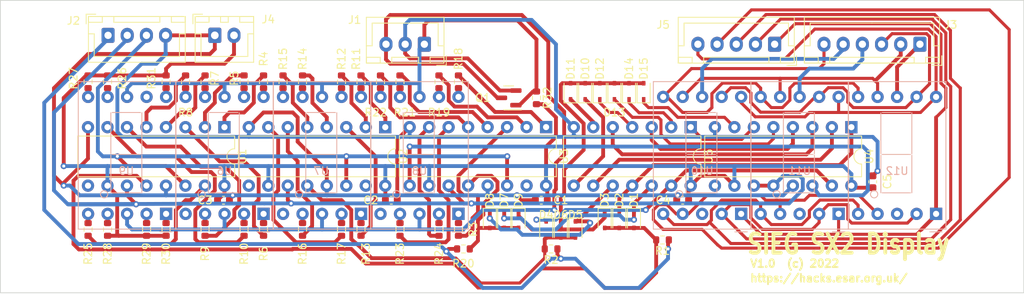
<source format=kicad_pcb>
(kicad_pcb (version 20211014) (generator pcbnew)
  (layers (0 "F.Cu" signal) (31 "B.Cu" signal) (34 "B.Paste" user) (35 "F.Paste" user) (36 "B.SilkS" user "B.Silkscreen") (37 "F.SilkS" user "F.Silkscreen") (38 "B.Mask" user) (39 "F.Mask" user) (44 "Edge.Cuts" user))
  (net 0 "")
  (net 1 "/NA0")
  (net 2 "Net-(D1-Pad2)")
  (net 3 "/A1")
  (net 4 "/A2")
  (net 5 "/A0")
  (net 6 "Net-(D4-Pad2)")
  (net 7 "/NA1")
  (net 8 "Net-(D7-Pad2)")
  (net 9 "Net-(D10-Pad1)")
  (net 10 "Net-(D11-Pad1)")
  (net 11 "Net-(D12-Pad1)")
  (net 12 "Net-(D13-Pad1)")
  (net 13 "Net-(D14-Pad1)")
  (net 14 "Net-(D15-Pad1)")
  (net 15 "/CS")
  (net 16 "Net-(R4-Pad1)")
  (net 17 "/S1_F")
  (net 18 "Net-(R5-Pad1)")
  (net 19 "/S1_G")
  (net 20 "Net-(R6-Pad1)")
  (net 21 "/S1_E")
  (net 22 "Net-(R7-Pad1)")
  (net 23 "/S1_A")
  (net 24 "Net-(R8-Pad1)")
  (net 25 "/S1_B")
  (net 26 "Net-(R9-Pad1)")
  (net 27 "/S1_C")
  (net 28 "Net-(R10-Pad1)")
  (net 29 "/S1_D")
  (net 30 "Net-(R11-Pad1)")
  (net 31 "/S2_F")
  (net 32 "Net-(R12-Pad1)")
  (net 33 "/S2_G")
  (net 34 "Net-(R13-Pad1)")
  (net 35 "/S2_E")
  (net 36 "Net-(R14-Pad1)")
  (net 37 "/S2_A")
  (net 38 "Net-(R15-Pad1)")
  (net 39 "/S2_B")
  (net 40 "Net-(R16-Pad1)")
  (net 41 "/S2_C")
  (net 42 "Net-(R17-Pad1)")
  (net 43 "/S2_D")
  (net 44 "Net-(R18-Pad1)")
  (net 45 "/S3_F")
  (net 46 "Net-(R19-Pad1)")
  (net 47 "/S3_G")
  (net 48 "Net-(R20-Pad1)")
  (net 49 "/S3_E")
  (net 50 "Net-(R21-Pad1)")
  (net 51 "/S3_A")
  (net 52 "Net-(R22-Pad1)")
  (net 53 "/S3_B")
  (net 54 "Net-(R23-Pad1)")
  (net 55 "/S3_C")
  (net 56 "Net-(R24-Pad1)")
  (net 57 "/S3_D")
  (net 58 "GND")
  (net 60 "+5V")
  (net 61 "/CK")
  (net 62 "/DI")
  (net 63 "/CC_RED")
  (net 66 "Net-(U3-Pad9)")
  (net 68 "Net-(U4-Pad2)")
  (net 69 "Net-(U4-Pad3)")
  (net 70 "/CC_GRN")
  (net 71 "Net-(U4-Pad6)")
  (net 73 "Net-(R25-Pad1)")
  (net 75 "/S0_P")
  (net 76 "Net-(R26-Pad2)")
  (net 78 "Net-(R27-Pad2)")
  (net 79 "Net-(R28-Pad2)")
  (net 81 "Net-(R29-Pad2)")
  (net 82 "Net-(R30-Pad2)")
  (net 83 "Net-(R31-Pad2)")
  (net 84 "Net-(U4-Pad4)")
  (net 86 "/F_E")
  (net 87 "/F_D")
  (net 88 "/F0_CA")
  (net 89 "/F_C")
  (net 90 "/F_P")
  (net 91 "/F_B")
  (net 92 "/F_A")
  (net 93 "/F_F")
  (net 94 "/F_G")
  (net 95 "/F1_CA")
  (net 96 "/F2_CA")
  (footprint "MountingHole:MountingHole_3mm" (layer "F.Cu") (at 178.435 108.0025)
    (fp_text reference "H8" hide)
    (fp_text value "MountingHole")
  )
  (footprint "Resistor_SMD:R_0603_1608Metric" (layer "F.Cu") (at 124.46 112.205 -90)
    (fp_text reference "R7")
    (fp_text value "520R")
  )
  (footprint "Resistor_SMD:R_0603_1608Metric" (layer "F.Cu") (at 111.76 112.205 -90)
    (fp_text reference "R26")
    (fp_text value "520R")
  )
  (footprint "Diode_SMD:D_SOD-323" (layer "F.Cu") (at 172.085 113.445 90)
    (fp_text reference "D11")
    (fp_text value "1N4148")
  )
  (footprint "Package_DIP:DIP-14_W7.62mm" (layer "F.Cu") (at 187.74 118.12 -90)
    (fp_text reference "U5")
    (fp_text value "74HC04")
  )
  (footprint "Resistor_SMD:R_0603_1608Metric" (layer "F.Cu") (at 154.94 131.445 90)
    (fp_text reference "R24")
    (fp_text value "520R")
  )
  (footprint "Resistor_SMD:R_0603_1608Metric" (layer "F.Cu") (at 169.545 133.985 180)
    (fp_text reference "R2")
    (fp_text value "10K")
  )
  (footprint "Resistor_SMD:R_0603_1608Metric" (layer "F.Cu") (at 132.08 112.205 -90)
    (fp_text reference "R4")
    (fp_text value "520R")
  )
  (footprint "Resistor_SMD:R_0603_1608Metric" (layer "F.Cu") (at 167.64 114.3 -90)
    (fp_text reference "R32")
    (fp_text value "10K")
  )
  (footprint "Capacitor_SMD:C_0603_1608Metric" (layer "F.Cu") (at 186.69 127.635 180)
    (fp_text reference "C4")
    (fp_text value "100nF")
  )
  (footprint "Capacitor_SMD:C_0603_1608Metric" (layer "F.Cu") (at 211.455 125.235 90)
    (fp_text reference "C5")
    (fp_text value "100nF")
  )
  (footprint "Diode_SMD:D_SOD-323" (layer "F.Cu") (at 173.99 113.445 90)
    (fp_text reference "D10")
    (fp_text value "1N4148")
  )
  (footprint "Resistor_SMD:R_0603_1608Metric" (layer "F.Cu") (at 121.92 112.205 -90)
    (fp_text reference "R8")
    (fp_text value "520R")
  )
  (footprint "Package_DIP:DIP-16_W7.62mm" (layer "F.Cu") (at 208.675 118.12 -90)
    (fp_text reference "U4")
    (fp_text value "74HC595")
  )
  (footprint "Resistor_SMD:R_0603_1608Metric" (layer "F.Cu") (at 157.48 112.205 -90)
    (fp_text reference "R18")
    (fp_text value "520R")
  )
  (footprint "MountingHole:MountingHole_3mm" (layer "F.Cu") (at 163.195 135.1825)
    (fp_text reference "H4" hide)
    (fp_text value "MountingHole")
  )
  (footprint "Resistor_SMD:R_0603_1608Metric" (layer "F.Cu") (at 119.38 131.445 90)
    (fp_text reference "R30")
    (fp_text value "520R")
  )
  (footprint "Connector_JST:JST_XH_B2B-XH-A_1x02_P2.50mm_Vertical" (layer "F.Cu") (at 125.73 106.155)
    (fp_text reference "J4")
    (fp_text value "Conn_01x02_Male" hide)
  )
  (footprint "Diode_SMD:D_SOD-323" (layer "F.Cu") (at 176.53 130.2 -90)
    (fp_text reference "D3")
    (fp_text value "1N4148")
  )
  (footprint "Resistor_SMD:R_0603_1608Metric" (layer "F.Cu") (at 129.54 131.445 90)
    (fp_text reference "R10")
    (fp_text value "520R")
  )
  (footprint "Capacitor_SMD:C_0603_1608Metric" (layer "F.Cu") (at 168.275 127.635 180)
    (fp_text reference "C1")
    (fp_text value "100nF")
  )
  (footprint "Resistor_SMD:R_0603_1608Metric" (layer "F.Cu") (at 154.94 112.205 -90)
    (fp_text reference "R19")
    (fp_text value "520R")
  )
  (footprint "Resistor_SMD:R_0603_1608Metric" (layer "F.Cu") (at 144.78 131.445 90)
    (fp_text reference "R13")
    (fp_text value "520R")
  )
  (footprint "Resistor_SMD:R_0603_1608Metric" (layer "F.Cu") (at 184.0625 132.8125 180)
    (fp_text reference "R1")
    (fp_text value "10K")
  )
  (footprint "MountingHole:MountingHole_3mm" (layer "F.Cu") (at 103.505 108.0025)
    (fp_text reference "H1" hide)
    (fp_text value "MountingHole")
  )
  (footprint "Diode_SMD:D_SOD-323" (layer "F.Cu") (at 179.705 113.445 90)
    (fp_text reference "D14")
    (fp_text value "1N4148")
  )
  (footprint "Resistor_SMD:R_0603_1608Metric" (layer "F.Cu") (at 109.22 131.445 90)
    (fp_text reference "R25")
    (fp_text value "520R")
  )
  (footprint "Resistor_SMD:R_0603_1608Metric" (layer "F.Cu") (at 144.78 112.205 -90)
    (fp_text reference "R11")
    (fp_text value "520R")
  )
  (footprint "Resistor_SMD:R_0603_1608Metric" (layer "F.Cu") (at 147.32 112.205 -90)
    (fp_text reference "R22")
    (fp_text value "520R")
  )
  (footprint "Diode_SMD:D_SOD-323" (layer "F.Cu") (at 163.4375 130.2 -90)
    (fp_text reference "D7")
    (fp_text value "1N4148")
  )
  (footprint "Resistor_SMD:R_0603_1608Metric" (layer "F.Cu") (at 109.22 112.205 -90)
    (fp_text reference "R27")
    (fp_text value "520R")
  )
  (footprint "Package_TO_SOT_SMD:SOT-23" (layer "F.Cu") (at 164.02 114.3 180)
    (fp_text reference "Q1")
    (fp_text value "MMBF170")
  )
  (footprint "Resistor_SMD:R_0603_1608Metric" (layer "F.Cu") (at 132.08 131.445 90)
    (fp_text reference "R6")
    (fp_text value "520R")
  )
  (footprint "MountingHole:MountingHole_3mm" (layer "F.Cu") (at 225.425 135.1825)
    (fp_text reference "H6" hide)
    (fp_text value "MountingHole")
  )
  (footprint "Diode_SMD:D_SOD-323" (layer "F.Cu") (at 172.72 131.445 -90)
    (fp_text reference "D5")
    (fp_text value "1N4148")
  )
  (footprint "Diode_SMD:D_SOD-323" (layer "F.Cu") (at 175.895 113.445 90)
    (fp_text reference "D12")
    (fp_text value "1N4148")
  )
  (footprint "MountingHole:MountingHole_3mm" (layer "F.Cu") (at 163.195 108.0025)
    (fp_text reference "H3" hide)
    (fp_text value "MountingHole")
  )
  (footprint "MountingHole:MountingHole_3mm" (layer "F.Cu") (at 103.505 135.1825)
    (fp_text reference "H2" hide)
    (fp_text value "MountingHole")
  )
  (footprint "Capacitor_SMD:C_0603_1608Metric" (layer "F.Cu") (at 126.86 127.635)
    (fp_text reference "C3")
    (fp_text value "100nF")
  )
  (footprint "Resistor_SMD:R_0603_1608Metric" (layer "F.Cu") (at 158.125 133.985)
    (fp_text reference "R3")
    (fp_text value "10K")
  )
  (footprint "Resistor_SMD:R_0603_1608Metric" (layer "F.Cu") (at 134.62 112.205 -90)
    (fp_text reference "R15")
    (fp_text value "520R")
  )
  (footprint "Package_DIP:DIP-16_W7.62mm" (layer "F.Cu") (at 168.895 118.11 -90)
    (fp_text reference "U3")
    (fp_text value "74HC595")
  )
  (footprint "Diode_SMD:D_SOD-323" (layer "F.Cu") (at 181.61 113.445 90)
    (fp_text reference "D15")
    (fp_text value "1N4148")
  )
  (footprint "Diode_SMD:D_SOD-323" (layer "F.Cu") (at 168.91 131.445 -90)
    (fp_text reference "D4")
    (fp_text value "1N4148")
  )
  (footprint "MountingHole:MountingHole_3mm" (layer "F.Cu") (at 225.424 108.0025)
    (fp_text reference "H5" hide)
    (fp_text value "MountingHole")
  )
  (footprint "Resistor_SMD:R_0603_1608Metric" (layer "F.Cu") (at 111.76 131.445 90)
    (fp_text reference "R28")
    (fp_text value "520R")
  )
  (footprint "Resistor_SMD:R_0603_1608Metric" (layer "F.Cu") (at 149.86 131.445 90)
    (fp_text reference "R23")
    (fp_text value "520R")
  )
  (footprint "Resistor_SMD:R_0603_1608Metric" (layer "F.Cu") (at 142.24 131.445 90)
    (fp_text reference "R17")
    (fp_text value "520R")
  )
  (footprint "Diode_SMD:D_SOD-323" (layer "F.Cu") (at 180.34 130.2 -90)
    (fp_text reference "D1")
    (fp_text value "1N4148")
  )
  (footprint "Package_DIP:DIP-16_W7.62mm" (layer "F.Cu") (at 126.985 118.12 -90)
    (fp_text reference "U1")
    (fp_text value "74HC595")
  )
  (footprint "Capacitor_SMD:C_0603_1608Metric" (layer "F.Cu") (at 148.73 127.635)
    (fp_text reference "C2")
    (fp_text value "100nF")
  )
  (footprint "Package_DIP:DIP-16_W7.62mm" (layer "F.Cu") (at 147.94 118.12 -90)
    (fp_text reference "U2")
    (fp_text value "74HC595")
  )
  (footprint "Connector_JST:JST_XH_B6B-XH-A_1x06_P2.50mm_Vertical" (layer "F.Cu") (at 217.605 107.315 180)
    (fp_text reference "J3")
    (fp_text value "Conn_01x06_Male")
  )
  (footprint "Resistor_SMD:R_0603_1608Metric" (layer "F.Cu") (at 124.46 131.445 90)
    (fp_text reference "R9")
    (fp_text value "520R")
  )
  (footprint "Resistor_SMD:R_0603_1608Metric" (layer "F.Cu") (at 137.16 112.205 -90)
    (fp_text reference "R14")
    (fp_text value "520R")
  )
  (footprint "Resistor_SMD:R_0603_1608Metric" (layer "F.Cu") (at 119.38 112.205 -90)
    (fp_text reference "R31")
    (fp_text value "520R")
  )
  (footprint "Resistor_SMD:R_0603_1608Metric" (layer "F.Cu") (at 157.48 131.445 90)
    (fp_text reference "R20")
    (fp_text value "520R")
  )
  (footprint "MountingHole:MountingHole_3mm" (layer "F.Cu") (at 178.435 135.1825)
    (fp_text reference "H7" hide)
    (fp_text value "MountingHole")
  )
  (footprint "Connector_JST:JST_XH_B5B-XH-A_1x05_P2.50mm_Vertical" (layer "F.Cu") (at 198.675 107.315 180)
    (fp_text reference "J5")
    (fp_text value "Conn_01x05_Male")
  )
  (footprint "Diode_SMD:D_SOD-323" (layer "F.Cu") (at 161.5625 130.2 -90)
    (fp_text reference "D8")
    (fp_text value "1N4148")
  )
  (footprint "Diode_SMD:D_SOD-323" (layer "F.Cu") (at 177.8 113.445 90)
    (fp_text reference "D13")
    (fp_text value "1N4148")
  )
  (footprint "Resistor_SMD:R_0603_1608Metric" (layer "F.Cu") (at 116.84 131.445 90)
    (fp_text reference "R29")
    (fp_text value "520R")
  )
  (footprint "Resistor_SMD:R_0603_1608Metric" (layer "F.Cu") (at 137.16 131.445 90)
    (fp_text reference "R16")
    (fp_text value "520R")
  )
  (footprint "Diode_SMD:D_SOD-323" (layer "F.Cu") (at 165.3125 130.2 -90)
    (fp_text reference "D9")
    (fp_text value "1N4148")
  )
  (footprint "Resistor_SMD:R_0603_1608Metric" (layer "F.Cu") (at 142.24 112.205 -90)
    (fp_text reference "R12")
    (fp_text value "520R")
  )
  (footprint "Resistor_SMD:R_0603_1608Metric" (layer "F.Cu") (at 129.54 112.205 -90)
    (fp_text reference "R5")
    (fp_text value "520R")
  )
  (footprint "Diode_SMD:D_SOD-323" (layer "F.Cu") (at 170.815 131.445 -90)
    (fp_text reference "D6")
    (fp_text value "1N4148")
  )
  (footprint "Diode_SMD:D_SOD-323" (layer "F.Cu") (at 178.435 130.2 -90)
    (fp_text reference "D2")
    (fp_text value "1N4148")
  )
  (footprint "Resistor_SMD:R_0603_1608Metric" (layer "F.Cu") (at 149.86 112.205 -90)
    (fp_text reference "R21")
    (fp_text value "520R")
  )
  (footprint "Connector_JST:JST_XH_B3B-XH-A_1x03_P2.50mm_Vertical" (layer "F.Cu") (at 153.035 107.315 180)
    (fp_text reference "J1")
    (fp_text value "Conn_01x03_Male")
  )
  (footprint "Connector_JST:JST_XH_B4B-XH-A_1x04_P2.50mm_Vertical" (layer "F.Cu") (at 111.82 106.155)
    (fp_text reference "J2")
    (fp_text value "Conn_01x04_Male" hide)
  )
  (footprint "Display_7Segment:D1X8K" (layer "B.Cu") (at 207.01 129.4175 90)
    (fp_text reference "U11")
    (fp_text value "KCSA02-105")
  )
  (footprint "Display_7Segment:D1X8K" (layer "B.Cu") (at 144.78 129.4175 90)
    (fp_text reference "U7")
    (fp_text value "SBC56-21EGWA")
  )
  (footprint "Display_7Segment:D1X8K" (layer "B.Cu") (at 157.48 129.4175 90)
    (fp_text reference "U8")
    (fp_text value "SBC56-21EGWA")
  )
  (footprint "Display_7Segment:D1X8K" (layer "B.Cu") (at 219.71 129.4175 90)
    (fp_text reference "U12")
    (fp_text value "KCSA02-105")
  )
  (footprint "Display_7Segment:D1X8K" (layer "B.Cu") (at 119.38 129.4175 90)
    (fp_text reference "U9")
    (fp_text value "SBC56-21EGWA")
  )
  (footprint "Display_7Segment:D1X8K" (layer "B.Cu") (at 194.31 129.4175 90)
    (fp_text reference "U10")
    (fp_text value "KCSA02-105")
  )
  (footprint "Display_7Segment:D1X8K" (layer "B.Cu") (at 132.08 129.4175 90)
    (fp_text reference "U6")
    (fp_text value "SBC56-21EGWA")
  )
  (gr_rect (start 97.79 101.6) (end 231.14 139.7) (layer "Edge.Cuts") (width 0.1) (fill none))
  (gr_text "SIEG SX2 Display" (at 208.28 133.35) (layer "F.SilkS") (effects (font (size 2.5 2) (thickness 0.5))))
  (gr_text "V1.0  (c) 2022" (at 201.295 135.89) (layer "F.SilkS") (effects (font (size 1 1) (thickness 0.25))))
  (gr_text "https://hacks.esar.org.uk/" (at 205.74 137.795) (layer "F.SilkS") (effects (font (size 1 1) (thickness 0.25))))
  (segment (start 180.34 130.175) (end 180.34 129.15) (width 0.5) (layer "F.Cu") (net 1))
  (segment (start 180.34 128.06) (end 182.66 125.74) (width 0.5) (layer "F.Cu") (net 1))
  (segment (start 163.4375 130) (end 163.4375 129.15) (width 0.5) (layer "F.Cu") (net 1))
  (segment (start 180.34 129.15) (end 180.34 128.06) (width 0.5) (layer "F.Cu") (net 1))
  (via (at 180.34 130.175) (size 0.8) (drill 0.4) (layers "F.Cu" "B.Cu") (net 1))
  (via (at 163.4375 130) (size 0.8) (drill 0.4) (layers "F.Cu" "B.Cu") (net 1))
  (segment (start 180.34 130.175) (end 179.07 130.175) (width 0.5) (layer "B.Cu") (net 1))
  (segment (start 165.625 130) (end 163.4375 130) (width 0.5) (layer "B.Cu") (net 1))
  (segment (start 167.1875 131.445) (end 165.625 130) (width 0.5) (layer "B.Cu") (net 1))
  (segment (start 172.02 129.605) (end 170.18 131.445) (width 0.5) (layer "B.Cu") (net 1))
  (segment (start 170.18 131.445) (end 167.1875 131.445) (width 0.5) (layer "B.Cu") (net 1))
  (segment (start 178.5 129.605) (end 172.02 129.605) (width 0.5) (layer "B.Cu") (net 1))
  (segment (start 179.07 130.175) (end 178.5 129.605) (width 0.5) (layer "B.Cu") (net 1))
  (segment (start 176.53 139.065) (end 181.2475 139.065) (width 0.5) (layer "F.Cu") (net 2))
  (segment (start 156.94 135.985) (end 160.02 139.065) (width 0.4) (layer "F.Cu") (net 2))
  (segment (start 156.9225 135.985) (end 156.94 135.985) (width 0.4) (layer "F.Cu") (net 2))
  (segment (start 108.015 134.05) (end 135.825 134.05) (width 0.5) (layer "F.Cu") (net 2))
  (segment (start 165.735 139.065) (end 168.275 136.525) (width 0.4) (layer "F.Cu") (net 2))
  (segment (start 181.675 131.25) (end 183.2375 132.8125) (width 0.5) (layer "F.Cu") (net 2))
  (segment (start 183.2375 137.075) (end 183.2375 132.8125) (width 0.5) (layer "F.Cu") (net 2))
  (segment (start 143.51 133.985) (end 145.415 135.89) (width 0.5) (layer "F.Cu") (net 2))
  (segment (start 173.99 136.525) (end 176.53 139.065) (width 0.5) (layer "F.Cu") (net 2))
  (segment (start 107.95 124.46) (end 107.315 125.095) (width 0.5) (layer "F.Cu") (net 2))
  (segment (start 156.9225 135.89) (end 156.9225 135.985) (width 0.5) (layer "F.Cu") (net 2))
  (segment (start 176.53 131.25) (end 178.435 131.25) (width 0.5) (layer "F.Cu") (net 2))
  (segment (start 178.435 131.25) (end 180.34 131.25) (width 0.5) (layer "F.Cu") (net 2))
  (segment (start 168.275 136.525) (end 173.99 136.525) (width 0.5) (layer "F.Cu") (net 2))
  (segment (start 180.34 131.25) (end 181.675 131.25) (width 0.5) (layer "F.Cu") (net 2))
  (segment (start 181.2475 139.065) (end 183.2375 137.075) (width 0.5) (layer "F.Cu") (net 2))
  (segment (start 116.825 125.74) (end 115.545 124.46) (width 0.5) (layer "F.Cu") (net 2))
  (segment (start 160.02 139.065) (end 165.735 139.065) (width 0.4) (layer "F.Cu") (net 2))
  (segment (start 135.89 133.985) (end 143.51 133.985) (width 0.5) (layer "F.Cu") (net 2))
  (segment (start 135.825 134.05) (end 135.89 133.985) (width 0.5) (layer "F.Cu") (net 2))
  (segment (start 107.315 125.095) (end 107.315 133.35) (width 0.5) (layer "F.Cu") (net 2))
  (segment (start 115.545 124.46) (end 107.95 124.46) (width 0.5) (layer "F.Cu") (net 2))
  (segment (start 107.315 133.35) (end 108.015 134.05) (width 0.5) (layer "F.Cu") (net 2))
  (segment (start 145.415 135.89) (end 156.9225 135.89) (width 0.5) (layer "F.Cu") (net 2))
  (segment (start 207.14 123.06) (end 208.675 121.525) (width 0.5) (layer "F.Cu") (net 3))
  (segment (start 182.88 123.06) (end 207.14 123.06) (width 0.5) (layer "F.Cu") (net 3))
  (segment (start 178.435 129.15) (end 178.435 127.425) (width 0.5) (layer "F.Cu") (net 3))
  (segment (start 208.675 121.525) (end 208.675 118.12) (width 0.5) (layer "F.Cu") (net 3))
  (segment (start 178.435 127.425) (end 180.12 125.74) (width 0.5) (layer "F.Cu") (net 3))
  (segment (start 180.12 125.74) (end 182.88 123.06) (width 0.5) (layer "F.Cu") (net 3))
  (segment (start 167.07 131.445) (end 165.3125 129.6875) (width 0.5) (layer "F.Cu") (net 4))
  (segment (start 173.79 121.085) (end 173.79 117.642233) (width 0.5) (layer "F.Cu") (net 4))
  (segment (start 175.895 112.395) (end 177.8 112.395) (width 0.5) (layer "F.Cu") (net 4))
  (segment (start 175 131.445) (end 176.53 129.915) (width 0.5) (layer "F.Cu") (net 4))
  (segment (start 177.8 112.395) (end 179.705 112.395) (width 0.5) (layer "F.Cu") (net 4))
  (segment (start 170.815 114.667233) (end 170.815 112.59) (width 0.5) (layer "F.Cu") (net 4))
  (segment (start 173.99 112.395) (end 175.895 112.395) (width 0.5) (layer "F.Cu") (net 4))
  (segment (start 176.53 129.915) (end 176.53 129.15) (width 0.5) (layer "F.Cu") (net 4))
  (segment (start 165.3125 129.6875) (end 165.3125 129.15) (width 0.5) (layer "F.Cu") (net 4))
  (segment (start 170.815 112.59) (end 171.01 112.395) (width 0.5) (layer "F.Cu") (net 4))
  (segment (start 172.085 112.395) (end 173.99 112.395) (width 0.5) (layer "F.Cu") (net 4))
  (segment (start 179.705 112.395) (end 181.61 112.395) (width 0.5) (layer "F.Cu") (net 4))
  (segment (start 170.815 131.445) (end 175 131.445) (width 0.5) (layer "F.Cu") (net 4))
  (segment (start 173.79 117.642233) (end 170.815 114.667233) (width 0.5) (layer "F.Cu") (net 4))
  (segment (start 170.815 130.395) (end 170.815 127.235) (width 0.5) (layer "F.Cu") (net 4))
  (segment (start 171.01 112.395) (end 172.085 112.395) (width 0.5) (layer "F.Cu") (net 4))
  (segment (start 170.815 131.445) (end 167.07 131.445) (width 0.5) (layer "F.Cu") (net 4))
  (segment (start 171.25 123.625) (end 173.79 121.085) (width 0.5) (layer "F.Cu") (net 4))
  (segment (start 170.815 130.395) (end 170.815 131.445) (width 0.5) (layer "F.Cu") (net 4))
  (segment (start 170.815 127.235) (end 171.25 126.8) (width 0.5) (layer "F.Cu") (net 4))
  (segment (start 171.25 126.8) (end 171.25 123.625) (width 0.5) (layer "F.Cu") (net 4))
  (segment (start 187.18 123.76) (end 185.2 125.74) (width 0.5) (layer "F.Cu") (net 5))
  (segment (start 168.69 130.175) (end 168.91 130.395) (width 0.5) (layer "F.Cu") (net 5))
  (segment (start 167.64 130.175) (end 168.69 130.175) (width 0.5) (layer "F.Cu") (net 5))
  (segment (start 185.04 125.74) (end 181.875 128.905) (width 0.5) (layer "F.Cu") (net 5))
  (segment (start 185.2 125.74) (end 185.04 125.74) (width 0.5) (layer "F.Cu") (net 5))
  (segment (start 206.135 125.74) (end 204.155 123.76) (width 0.5) (layer "F.Cu") (net 5))
  (segment (start 204.155 123.76) (end 187.18 123.76) (width 0.5) (layer "F.Cu") (net 5))
  (via (at 167.64 130.175) (size 0.8) (drill 0.4) (layers "F.Cu" "B.Cu") (net 5))
  (via (at 181.875 128.905) (size 0.8) (drill 0.4) (layers "F.Cu" "B.Cu") (net 5))
  (segment (start 181.875 128.905) (end 171.45 128.905) (width 0.5) (layer "B.Cu") (net 5))
  (segment (start 170.18 130.175) (end 167.64 130.175) (width 0.5) (layer "B.Cu") (net 5))
  (segment (start 171.45 128.905) (end 170.18 130.175) (width 0.5) (layer "B.Cu") (net 5))
  (segment (start 156.845 135.19) (end 157.141739 135.19) (width 0.4) (layer "F.Cu") (net 6))
  (segment (start 157.141739 135.19) (end 160.381739 138.43) (width 0.4) (layer "F.Cu") (net 6))
  (segment (start 144.78 133.82) (end 143.51 132.715) (width 0.5) (layer "F.Cu") (net 6))
  (segment (start 170.815 132.495) (end 172.72 132.495) (width 0.5) (layer "F.Cu") (net 6))
  (segment (start 168.91 132.495) (end 170.815 132.495) (width 0.5) (layer "F.Cu") (net 6))
  (segment (start 143.51 128.905) (end 142.24 127.635) (width 0.5) (layer "F.Cu") (net 6))
  (segment (start 142.24 127.635) (end 139.675 127.635) (width 0.5) (layer "F.Cu") (net 6))
  (segment (start 165.450762 138.43) (end 168.72 135.160762) (width 0.4) (layer "F.Cu") (net 6))
  (segment (start 168.72 132.685) (end 168.91 132.495) (width 0.5) (layer "F.Cu") (net 6))
  (segment (start 139.675 127.635) (end 137.78 125.74) (width 0.5) (layer "F.Cu") (net 6))
  (segment (start 143.51 132.715) (end 143.51 128.905) (width 0.5) (layer "F.Cu") (net 6))
  (segment (start 160.381739 138.43) (end 165.450762 138.43) (width 0.4) (layer "F.Cu") (net 6))
  (segment (start 168.72 133.985) (end 168.72 132.685) (width 0.5) (layer "F.Cu") (net 6))
  (segment (start 156.845 135.19) (end 146.15 135.19) (width 0.5) (layer "F.Cu") (net 6))
  (segment (start 146.15 135.19) (end 144.78 133.82) (width 0.5) (layer "F.Cu") (net 6))
  (segment (start 168.72 135.160762) (end 168.72 133.985) (width 0.4) (layer "F.Cu") (net 6))
  (segment (start 174.4245 130.395) (end 174.625 130.5955) (width 0.5) (layer "F.Cu") (net 7))
  (segment (start 161.5625 130) (end 161.5625 129.15) (width 0.5) (layer "F.Cu") (net 7))
  (segment (start 172.72 130.395) (end 172.925 130.395) (width 0.5) (layer "F.Cu") (net 7))
  (segment (start 172.72 130.395) (end 174.4245 130.395) (width 0.5) (layer "F.Cu") (net 7))
  (segment (start 172.925 130.395) (end 177.58 125.74) (width 0.5) (layer "F.Cu") (net 7))
  (via (at 161.5625 130) (size 0.8) (drill 0.4) (layers "F.Cu" "B.Cu") (net 7))
  (via (at 174.625 130.5955) (size 0.8) (drill 0.4) (layers "F.Cu" "B.Cu") (net 7))
  (segment (start 165.1 131.445) (end 163.0075 131.445) (width 0.5) (layer "B.Cu") (net 7))
  (segment (start 174.625 130.5955) (end 174.625 130.81) (width 0.5) (layer "B.Cu") (net 7))
  (segment (start 165.8 132.145) (end 165.1 131.445) (width 0.5) (layer "B.Cu") (net 7))
  (segment (start 173.29 132.145) (end 165.8 132.145) (width 0.5) (layer "B.Cu") (net 7))
  (segment (start 163.0075 131.445) (end 161.5625 130) (width 0.5) (layer "B.Cu") (net 7))
  (segment (start 174.625 130.81) (end 173.29 132.145) (width 0.5) (layer "B.Cu") (net 7))
  (segment (start 162.56 126.31) (end 162.56 125.247233) (width 0.5) (layer "F.Cu") (net 8))
  (segment (start 161.5625 131.25) (end 163.4375 131.25) (width 0.5) (layer "F.Cu") (net 8))
  (segment (start 161.5625 131.25) (end 160.025 131.25) (width 0.5) (layer "F.Cu") (net 8))
  (segment (start 160.0125 132.9225) (end 160.0125 131.2375) (width 0.5) (layer "F.Cu") (net 8))
  (segment (start 160.0125 130.2475) (end 160.72 129.539999) (width 0.5) (layer "F.Cu") (net 8))
  (segment (start 160.0125 131.2375) (end 160.0125 130.2475) (width 0.5) (layer "F.Cu") (net 8))
  (segment (start 161.772767 124.46) (end 160.005 124.46) (width 0.5) (layer "F.Cu") (net 8))
  (segment (start 160.72 128.125) (end 162.535 126.31) (width 0.5) (layer "F.Cu") (net 8))
  (segment (start 160.025 131.25) (end 160.0125 131.2375) (width 0.5) (layer "F.Cu") (net 8))
  (segment (start 163.4375 131.25) (end 165.3125 131.25) (width 0.5) (layer "F.Cu") (net 8))
  (segment (start 160.005 124.46) (end 158.735 125.73) (width 0.5) (layer "F.Cu") (net 8))
  (segment (start 158.95 133.985) (end 160.0125 132.9225) (width 0.5) (layer "F.Cu") (net 8))
  (segment (start 162.535 126.31) (end 162.56 126.31) (width 0.5) (layer "F.Cu") (net 8))
  (segment (start 160.72 129.539999) (end 160.72 128.125) (width 0.5) (layer "F.Cu") (net 8))
  (segment (start 162.56 125.247233) (end 161.772767 124.46) (width 0.5) (layer "F.Cu") (net 8))
  (segment (start 176.33 116.835) (end 173.99 114.495) (width 0.5) (layer "F.Cu") (net 9))
  (segment (start 172.5 125.74) (end 176.33 121.91) (width 0.5) (layer "F.Cu") (net 9))
  (segment (start 176.33 121.91) (end 176.33 116.835) (width 0.5) (layer "F.Cu") (net 9))
  (segment (start 175.04 117.45) (end 172.085 114.495) (width 0.5) (layer "F.Cu") (net 10))
  (segment (start 175.04 118.12) (end 175.04 117.45) (width 0.5) (layer "F.Cu") (net 10))
  (segment (start 175.895 114.495) (end 175.895 114.935) (width 0.4) (layer "F.Cu") (net 11))
  (segment (start 175.895 114.935) (end 177.165 116.205) (width 0.4) (layer "F.Cu") (net 11))
  (segment (start 180.12 118.12) (end 178.205 116.205) (width 0.4) (layer "F.Cu") (net 11))
  (segment (start 178.205 116.205) (end 177.165 116.205) (width 0.4) (layer "F.Cu") (net 11))
  (segment (start 197.825 120.31) (end 185.08 120.31) (width 0.4) (layer "F.Cu") (net 12))
  (segment (start 198.515 119.62) (end 197.825 120.31) (width 0.4) (layer "F.Cu") (net 12))
  (segment (start 183.86 117.185) (end 183.515 116.84) (width 0.4) (layer "F.Cu") (net 12))
  (segment (start 185.08 120.31) (end 183.86 119.09) (width 0.4) (layer "F.Cu") (net 12))
  (segment (start 183.86 119.09) (end 183.86 117.185) (width 0.4) (layer "F.Cu") (net 12))
  (segment (start 183.515 116.84) (end 180.145 116.84) (width 0.4) (layer "F.Cu") (net 12))
  (segment (start 180.145 116.84) (end 177.8 114.495) (width 0.4) (layer "F.Cu") (net 12))
  (segment (start 198.515 118.12) (end 198.515 119.62) (width 0.4) (layer "F.Cu") (net 12))
  (segment (start 185.2 117.255) (end 184.185 116.24) (width 0.4) (layer "F.Cu") (net 13))
  (segment (start 185.2 118.12) (end 185.2 117.255) (width 0.4) (layer "F.Cu") (net 13))
  (segment (start 181.01 116.24) (end 179.705 114.935) (width 0.4) (layer "F.Cu") (net 13))
  (segment (start 184.185 116.24) (end 181.01 116.24) (width 0.4) (layer "F.Cu") (net 13))
  (segment (start 179.705 114.935) (end 179.705 114.495) (width 0.4) (layer "F.Cu") (net 13))
  (segment (start 184.785 115.57) (end 182.245 115.57) (width 0.4) (layer "F.Cu") (net 14))
  (segment (start 182.245 115.57) (end 181.61 114.935) (width 0.4) (layer "F.Cu") (net 14))
  (segment (start 193.435 118.12) (end 192.155 116.84) (width 0.4) (layer "F.Cu") (net 14))
  (segment (start 186.055 116.84) (end 184.785 115.57) (width 0.4) (layer "F.Cu") (net 14))
  (segment (start 192.155 116.84) (end 186.055 116.84) (width 0.4) (layer "F.Cu") (net 14))
  (segment (start 181.61 114.935) (end 181.61 114.495) (width 0.4) (layer "F.Cu") (net 14))
  (segment (start 184.785 132.915) (end 184.8875 132.8125) (width 0.5) (layer "F.Cu") (net 15))
  (segment (start 184.785 133.985) (end 184.785 132.915) (width 0.5) (layer "F.Cu") (net 15))
  (segment (start 170.37 134.81) (end 170.815 135.255) (width 0.5) (layer "F.Cu") (net 15))
  (segment (start 170.37 133.985) (end 170.37 134.81) (width 0.5) (layer "F.Cu") (net 15))
  (segment (start 156.21 133.985) (end 155.8925 134.3025) (width 0.5) (layer "F.Cu") (net 15))
  (segment (start 157.3 133.985) (end 156.21 133.985) (width 0.5) (layer "F.Cu") (net 15))
  (via (at 170.815 135.255) (size 0.8) (drill 0.4) (layers "F.Cu" "B.Cu") (net 15))
  (via (at 184.785 133.985) (size 0.8) (drill 0.4) (layers "F.Cu" "B.Cu") (net 15))
  (via (at 155.8925 134.3025) (size 0.8) (drill 0.4) (layers "F.Cu" "B.Cu") (net 15))
  (segment (start 103.505 128.905) (end 104.08 129.48) (width 0.5) (layer "B.Cu") (net 15))
  (segment (start 176.53 139.065) (end 180.975 139.065) (width 0.5) (layer "B.Cu") (net 15))
  (segment (start 180.975 139.065) (end 184.785 135.255) (width 0.5) (layer "B.Cu") (net 15))
  (segment (start 169.545 135.255) (end 170.815 135.255) (width 0.5) (layer "B.Cu") (net 15))
  (segment (start 160.655 139.065) (end 165.735 139.065) (width 0.5) (layer "B.Cu") (net 15))
  (segment (start 155.8925 134.3025) (end 160.655 139.065) (width 0.5) (layer "B.Cu") (net 15))
  (segment (start 184.785 135.255) (end 184.785 133.985) (width 0.5) (layer "B.Cu") (net 15))
  (segment (start 104.08 129.48) (end 107.95 133.35) (width 0.5) (layer "B.Cu") (net 15))
  (segment (start 107.95 133.35) (end 154.94 133.35) (width 0.5) (layer "B.Cu") (net 15))
  (segment (start 103.505 114.935) (end 103.505 128.905) (width 0.5) (layer "B.Cu") (net 15))
  (segment (start 111.82 106.155) (end 111.82 106.62) (width 0.5) (layer "B.Cu") (net 15))
  (segment (start 172.72 135.255) (end 176.53 139.065) (width 0.5) (layer "B.Cu") (net 15))
  (segment (start 154.94 133.35) (end 155.8925 134.3025) (width 0.5) (layer "B.Cu") (net 15))
  (segment (start 170.815 135.255) (end 172.72 135.255) (width 0.5) (layer "B.Cu") (net 15))
  (segment (start 165.735 139.065) (end 169.545 135.255) (width 0.5) (layer "B.Cu") (net 15))
  (segment (start 111.82 106.62) (end 103.505 114.935) (width 0.5) (layer "B.Cu") (net 15))
  (segment (start 130.81 112.65) (end 130.81 114.935) (width 0.5) (layer "F.Cu") (net 16))
  (segment (start 126.985 116.855) (end 126.985 118.12) (width 0.5) (layer "F.Cu") (net 16))
  (segment (start 130.81 114.935) (end 129.54 116.205) (width 0.5) (layer "F.Cu") (net 16))
  (segment (start 132.08 111.38) (end 130.81 112.65) (width 0.5) (layer "F.Cu") (net 16))
  (segment (start 127.635 116.205) (end 126.985 116.855) (width 0.5) (layer "F.Cu") (net 16))
  (segment (start 129.54 116.205) (end 127.635 116.205) (width 0.5) (layer "F.Cu") (net 16))
  (segment (start 132.08 113.03) (end 132.08 114.1775) (width 0.5) (layer "F.Cu") (net 17))
  (segment (start 124.445 116.22) (end 124.445 118.12) (width 0.5) (layer "F.Cu") (net 18))
  (segment (start 125.73 114.935) (end 124.445 116.22) (width 0.5) (layer "F.Cu") (net 18))
  (segment (start 129.54 111.38) (end 128.029733 111.38) (width 0.5) (layer "F.Cu") (net 18))
  (segment (start 125.73 113.679733) (end 125.73 114.935) (width 0.5) (layer "F.Cu") (net 18))
  (segment (start 128.029733 111.38) (end 125.73 113.679733) (width 0.5) (layer "F.Cu") (net 18))
  (segment (start 129.54 113.03) (end 129.54 114.1775) (width 0.5) (layer "F.Cu") (net 19))
  (segment (start 130.83 131.02) (end 130.83 128.177767) (width 0.5) (layer "F.Cu") (net 20))
  (segment (start 131.445 127.562767) (end 131.445 124.46) (width 0.5) (layer "F.Cu") (net 20))
  (segment (start 129.5525 122.5675) (end 126.3525 122.5675) (width 0.5) (layer "F.Cu") (net 20))
  (segment (start 132.08 132.27) (end 130.83 131.02) (width 0.5) (layer "F.Cu") (net 20))
  (segment (start 131.445 124.46) (end 129.5525 122.5675) (width 0.5) (layer "F.Cu") (net 20))
  (segment (start 130.83 128.177767) (end 131.445 127.562767) (width 0.5) (layer "F.Cu") (net 20))
  (segment (start 126.3525 122.5675) (end 121.905 118.12) (width 0.5) (layer "F.Cu") (net 20))
  (segment (start 132.08 130.62) (end 132.08 129.4175) (width 0.5) (layer "F.Cu") (net 21))
  (segment (start 121.28 116.205) (end 119.365 118.12) (width 0.5) (layer "F.Cu") (net 22))
  (segment (start 122.555 116.205) (end 121.28 116.205) (width 0.5) (layer "F.Cu") (net 22))
  (segment (start 124.46 111.38) (end 123.19 112.65) (width 0.5) (layer "F.Cu") (net 22))
  (segment (start 123.19 115.57) (end 122.555 116.205) (width 0.5) (layer "F.Cu") (net 22))
  (segment (start 123.19 112.65) (end 123.19 115.57) (width 0.5) (layer "F.Cu") (net 22))
  (segment (start 124.46 113.03) (end 124.46 114.1775) (width 0.5) (layer "F.Cu") (net 23))
  (segment (start 116.825 116.22) (end 116.825 118.12) (width 0.5) (layer "F.Cu") (net 24))
  (segment (start 120.65 112.65) (end 120.65 114.675267) (width 0.5) (layer "F.Cu") (net 24))
  (segment (start 120.65 114.675267) (end 119.755267 115.57) (width 0.5) (layer "F.Cu") (net 24))
  (segment (start 117.475 115.57) (end 116.825 116.22) (width 0.5) (layer "F.Cu") (net 24))
  (segment (start 119.755267 115.57) (end 117.475 115.57) (width 0.5) (layer "F.Cu") (net 24))
  (segment (start 121.92 111.38) (end 120.65 112.65) (width 0.5) (layer "F.Cu") (net 24))
  (segment (start 121.92 113.03) (end 121.92 114.1775) (width 0.5) (layer "F.Cu") (net 25))
  (segment (start 128.27 128.905) (end 128.905 128.27) (width 0.5) (layer "F.Cu") (net 26))
  (segment (start 125.915267 132.27) (end 128.27 129.915267) (width 0.5) (layer "F.Cu") (net 26))
  (segment (start 128.905 128.27) (end 128.905 125.095) (width 0.5) (layer "F.Cu") (net 26))
  (segment (start 127.0775 123.2675) (end 123.9025 123.2675) (width 0.5) (layer "F.Cu") (net 26))
  (segment (start 124.46 132.27) (end 125.915267 132.27) (width 0.5) (layer "F.Cu") (net 26))
  (segment (start 123.9025 123.2675) (end 121.285 120.65) (width 0.5) (layer "F.Cu") (net 26))
  (segment (start 116.815 120.65) (end 114.285 118.12) (width 0.5) (layer "F.Cu") (net 26))
  (segment (start 121.285 120.65) (end 116.815 120.65) (width 0.5) (layer "F.Cu") (net 26))
  (segment (start 128.905 125.095) (end 127.0775 123.2675) (width 0.5) (layer "F.Cu") (net 26))
  (segment (start 128.27 129.915267) (end 128.27 128.905) (width 0.5) (layer "F.Cu") (net 26))
  (segment (start 124.46 130.62) (end 124.46 129.4175) (width 0.5) (layer "F.Cu") (net 27))
  (segment (start 125.73 124.46) (end 125.2375 123.9675) (width 0.5) (layer "F.Cu") (net 28))
  (segment (start 125.73 126.365) (end 125.73 124.46) (width 0.5) (layer "F.Cu") (net 28))
  (segment (start 128.69 133.12) (end 123.595 133.12) (width 0.5) (layer "F.Cu") (net 28))
  (segment (start 120.65 121.92) (end 115.545 121.92) (width 0.5) (layer "F.Cu") (net 28))
  (segment (start 122.6975 123.9675) (end 120.65 121.92) (width 0.5) (layer "F.Cu") (net 28))
  (segment (start 123.19 132.715) (end 123.19 128.905) (width 0.5) (layer "F.Cu") (net 28))
  (segment (start 129.54 132.27) (end 128.69 133.12) (width 0.5) (layer "F.Cu") (net 28))
  (segment (start 123.595 133.12) (end 123.19 132.715) (width 0.5) (layer "F.Cu") (net 28))
  (segment (start 123.19 128.905) (end 125.73 126.365) (width 0.5) (layer "F.Cu") (net 28))
  (segment (start 125.2375 123.9675) (end 122.6975 123.9675) (width 0.5) (layer "F.Cu") (net 28))
  (segment (start 115.545 121.92) (end 111.745 118.12) (width 0.5) (layer "F.Cu") (net 28))
  (segment (start 129.54 130.62) (end 129.54 129.4175) (width 0.5) (layer "F.Cu") (net 29))
  (segment (start 147.955 116.84) (end 147.955 118.105) (width 0.5) (layer "F.Cu") (net 30))
  (segment (start 147.955 118.105) (end 147.94 118.12) (width 0.5) (layer "F.Cu") (net 30))
  (segment (start 146.05 114.935) (end 147.955 116.84) (width 0.5) (layer "F.Cu") (net 30))
  (segment (start 146.05 112.65) (end 146.05 114.935) (width 0.5) (layer "F.Cu") (net 30))
  (segment (start 144.78 111.38) (end 146.05 112.65) (width 0.5) (layer "F.Cu") (net 30))
  (segment (start 144.78 113.03) (end 144.78 114.1775) (width 0.5) (layer "F.Cu") (net 31))
  (segment (start 143.53 112.67) (end 143.53 114.955) (width 0.5) (layer "F.Cu") (net 32))
  (segment (start 145.4 116.825) (end 145.4 118.12) (width 0.5) (layer "F.Cu") (net 32))
  (segment (start 143.53 114.955) (end 145.4 116.825) (width 0.5) (layer "F.Cu") (net 32))
  (segment (start 142.24 111.38) (end 143.53 112.67) (width 0.5) (layer "F.Cu") (net 32))
  (segment (start 142.24 113.03) (end 142.24 114.1775) (width 0.5) (layer "F.Cu") (net 33))
  (segment (start 144.78 132.27) (end 146.03 131.02) (width 0.5) (layer "F.Cu") (net 34))
  (segment (start 146.685 127.595) (end 146.685 121.945) (width 0.5) (layer "F.Cu") (net 34))
  (segment (start 146.685 121.945) (end 142.86 118.12) (width 0.5) (layer "F.Cu") (net 34))
  (segment (start 146.03 131.02) (end 146.03 128.25) (width 0.5) (layer "F.Cu") (net 34))
  (segment (start 146.03 128.25) (end 146.685 127.595) (width 0.5) (layer "F.Cu") (net 34))
  (segment (start 144.78 130.62) (end 144.78 129.4175) (width 0.5) (layer "F.Cu") (net 35))
  (segment (start 138.45 111.78) (end 138.45 114.955) (width 0.5) (layer "F.Cu") (net 36))
  (segment (start 137.16 111.38) (end 138.05 111.38) (width 0.5) (layer "F.Cu") (net 36))
  (segment (start 140.32 116.825) (end 140.32 118.12) (width 0.5) (layer "F.Cu") (net 36))
  (segment (start 138.45 114.955) (end 140.32 116.825) (width 0.5) (layer "F.Cu") (net 36))
  (segment (start 138.05 111.38) (end 138.45 111.78) (width 0.5) (layer "F.Cu") (net 36))
  (segment (start 137.16 113.03) (end 137.16 114.1775) (width 0.5) (layer "F.Cu") (net 37))
  (segment (start 135.89 114.935) (end 137.78 116.825) (width 0.5) (layer "F.Cu") (net 38))
  (segment (start 137.78 116.825) (end 137.78 118.12) (width 0.5) (layer "F.Cu") (net 38))
  (segment (start 134.62 111.38) (end 135.89 112.65) (width 0.5) (layer "F.Cu") (net 38))
  (segment (start 135.89 112.65) (end 135.89 114.935) (width 0.5) (layer "F.Cu") (net 38))
  (segment (start 134.62 113.03) (end 134.62 114.1775) (width 0.5) (layer "F.Cu") (net 39))
  (segment (start 136.525 126.365) (end 136.525 122.555) (width 0.5) (layer "F.Cu") (net 40))
  (segment (start 138.41 128.25) (end 136.525 126.365) (width 0.5) (layer "F.Cu") (net 40))
  (segment (start 136.525 122.555) (end 135.24 121.27) (width 0.5) (layer "F.Cu") (net 40))
  (segment (start 135.24 121.27) (end 135.24 118.12) (width 0.5) (layer "F.Cu") (net 40))
  (segment (start 138.41 131.02) (end 138.41 128.25) (width 0.5) (layer "F.Cu") (net 40))
  (segment (start 137.16 132.27) (end 138.41 131.02) (width 0.5) (layer "F.Cu") (net 40))
  (segment (start 137.16 130.62) (end 137.16 129.4175) (width 0.5) (layer "F.Cu") (net 41))
  (segment (start 133.985 126.365) (end 133.985 119.405) (width 0.5) (layer "F.Cu") (net 42))
  (segment (start 133.37 130.195) (end 133.37 126.98) (width 0.5) (layer "F.Cu") (net 42))
  (segment (start 141.39 133.12) (end 136.295 133.12) (width 0.5) (layer "F.Cu") (net 42))
  (segment (start 133.37 126.98) (end 133.985 126.365) (width 0.5) (layer "F.Cu") (net 42))
  (segment (start 133.985 119.405) (end 132.7 118.12) (width 0.5) (layer "F.Cu") (net 42))
  (segment (start 142.24 132.27) (end 141.39 133.12) (width 0.5) (layer "F.Cu") (net 42))
  (segment (start 136.295 133.12) (end 133.37 130.195) (width 0.5) (layer "F.Cu") (net 42))
  (segment (start 142.24 130.62) (end 142.24 129.4175) (width 0.5) (layer "F.Cu") (net 43))
  (segment (start 166.925 116.14) (end 168.895 118.11) (width 0.5) (layer "F.Cu") (net 44))
  (segment (start 162.24 116.14) (end 166.925 116.14) (width 0.5) (layer "F.Cu") (net 44))
  (segment (start 157.48 111.38) (end 162.24 116.14) (width 0.5) (layer "F.Cu") (net 44))
  (segment (start 157.48 113.03) (end 157.48 114.1775) (width 0.5) (layer "F.Cu") (net 45))
  (segment (start 156.21 112.65) (end 156.21 114.675267) (width 0.5) (layer "F.Cu") (net 46))
  (segment (start 165.085 116.84) (end 166.355 118.11) (width 0.5) (layer "F.Cu") (net 46))
  (segment (start 159.89 115.44) (end 161.29 116.84) (width 0.5) (layer "F.Cu") (net 46))
  (segment (start 154.94 111.38) (end 156.21 112.65) (width 0.5) (layer "F.Cu") (net 46))
  (segment (start 161.29 116.84) (end 165.085 116.84) (width 0.5) (layer "F.Cu") (net 46))
  (segment (start 156.21 114.675267) (end 156.974733 115.44) (width 0.5) (layer "F.Cu") (net 46))
  (segment (start 156.974733 115.44) (end 159.89 115.44) (width 0.5) (layer "F.Cu") (net 46))
  (segment (start 154.94 113.03) (end 154.94 114.1775) (width 0.5) (layer "F.Cu") (net 47))
  (segment (start 158.115 127) (end 160.02 127) (width 0.5) (layer "F.Cu") (net 48))
  (segment (start 159.3125 129.95755) (end 159.3125 131.445) (width 0.5) (layer "F.Cu") (net 48))
  (segment (start 159.3125 131.445) (end 158.4875 132.27) (width 0.5) (layer "F.Cu") (net 48))
  (segment (start 160.02 127) (end 160.02 129.25005) (width 0.5) (layer "F.Cu") (net 48))
  (segment (start 157.48 124.445) (end 157.48 126.365) (width 0.5) (layer "F.Cu") (net 48))
  (segment (start 158.4875 132.27) (end 157.48 132.27) (width 0.5) (layer "F.Cu") (net 48))
  (segment (start 157.48 126.365) (end 158.115 127) (width 0.5) (layer "F.Cu") (net 48))
  (segment (start 163.815 118.11) (end 157.48 124.445) (width 0.5) (layer "F.Cu") (net 48))
  (segment (start 160.02 129.25005) (end 159.3125 129.95755) (width 0.5) (layer "F.Cu") (net 48))
  (segment (start 157.48 130.62) (end 157.48 129.4175) (width 0.25) (layer "F.Cu") (net 49))
  (segment (start 149.86 111.38) (end 150.115 111.38) (width 0.5) (layer "F.Cu") (net 50))
  (segment (start 159.305 116.14) (end 161.275 118.11) (width 0.5) (layer "F.Cu") (net 50))
  (segment (start 150.115 111.38) (end 151.13 112.395) (width 0.5) (layer "F.Cu") (net 50))
  (segment (start 151.13 114.935) (end 152.335 116.14) (width 0.5) (layer "F.Cu") (net 50))
  (segment (start 152.335 116.14) (end 159.305 116.14) (width 0.5) (layer "F.Cu") (net 50))
  (segment (start 151.13 112.395) (end 151.13 114.935) (width 0.5) (layer "F.Cu") (net 50))
  (segment (start 149.86 113.03) (end 149.86 114.1775) (width 0.5) (layer "F.Cu") (net 51))
  (segment (start 147.32 111.38) (end 148.59 112.65) (width 0.5) (layer "F.Cu") (net 52))
  (segment (start 157.465 116.84) (end 158.735 118.11) (width 0.5) (layer "F.Cu") (net 52))
  (segment (start 148.59 115.57) (end 149.86 116.84) (width 0.5) (layer "F.Cu") (net 52))
  (segment (start 149.86 116.84) (end 157.465 116.84) (width 0.5) (layer "F.Cu") (net 52))
  (segment (start 148.59 112.65) (end 148.59 115.57) (width 0.5) (layer "F.Cu") (net 52))
  (segment (start 147.32 113.03) (end 147.32 114.1775) (width 0.5) (layer "F.Cu") (net 53))
  (segment (start 154.945 119.36) (end 156.195 118.11) (width 0.5) (layer "F.Cu") (net 54))
  (segment (start 149.86 132.27) (end 150.71 133.12) (width 0.5) (layer "F.Cu") (net 54))
  (segment (start 154.945 126.37) (end 154.945 119.36) (width 0.5) (layer "F.Cu") (net 54))
  (segment (start 156.19 127.615) (end 154.945 126.37) (width 0.5) (layer "F.Cu") (net 54))
  (segment (start 150.71 133.12) (end 155.805 133.12) (width 0.5) (layer "F.Cu") (net 54))
  (segment (start 156.19 132.735) (end 156.19 127.615) (width 0.5) (layer "F.Cu") (net 54))
  (segment (start 155.805 133.12) (end 156.19 132.735) (width 0.5) (layer "F.Cu") (net 54))
  (segment (start 149.86 130.62) (end 149.86 129.4175) (width 0.25) (layer "F.Cu") (net 55))
  (segment (start 154.94 132.27) (end 153.86 132.27) (width 0.5) (layer "F.Cu") (net 56))
  (segment (start 153.86 132.27) (end 153.65 132.06) (width 0.5) (layer "F.Cu") (net 56))
  (segment (start 152.4 126.365) (end 152.4 119.365) (width 0.5) (layer "F.Cu") (net 56))
  (segment (start 153.65 127.615) (end 152.4 126.365) (width 0.5) (layer "F.Cu") (net 56))
  (segment (start 152.4 119.365) (end 153.655 118.11) (width 0.5) (layer "F.Cu") (net 56))
  (segment (start 153.65 132.06) (end 153.65 127.615) (width 0.5) (layer "F.Cu") (net 56))
  (segment (start 154.94 130.62) (end 154.94 129.4175) (width 0.25) (layer "F.Cu") (net 57))
  (segment (start 186.055 127) (end 185.915 127.635) (width 0.5) (layer "F.Cu") (net 58))
  (segment (start 125.73 107.95) (end 125.095 108.585) (width 0.5) (layer "F.Cu") (net 58))
  (segment (start 140.32 123.84) (end 140.32 125.74) (width 0.5) (layer "F.Cu") (net 58))
  (segment (start 109.22 108.585) (end 104.775 113.03) (width 0.5) (layer "F.Cu") (net 58))
  (segment (start 130.16 118.12) (end 132.075 116.205) (width 0.5) (layer "F.Cu") (net 58))
  (segment (start 125.095 108.585) (end 109.22 108.585) (width 0.5) (layer "F.Cu") (net 58))
  (segment (start 109.205 122.21505) (end 106.045 125.37505) (width 0.5) (layer "F.Cu") (net 58))
  (segment (start 127.635 127.635) (end 127.635 127.4205) (width 0.5) (layer "F.Cu") (net 58))
  (segment (start 167.5 127.635) (end 165.735 127.635) (width 0.5) (layer "F.Cu") (net 58))
  (segment (start 135.89 116.205) (end 136.525 116.84) (width 0.5) (layer "F.Cu") (net 58))
  (segment (start 149.505 119.72) (end 151.115 118.11) (width 0.5) (layer "F.Cu") (net 58))
  (segment (start 158.685 109.155) (end 162.88 113.35) (width 0.5) (layer "F.Cu") (net 58))
  (segment (start 104.775 113.03) (end 104.775 124.46) (width 0.5) (layer "F.Cu") (net 58))
  (segment (start 151.15 109.155) (end 158.685 109.155) (width 0.5) (layer "F.Cu") (net 58))
  (segment (start 136.525 120.015) (end 140.335 123.825) (width 0.5) (layer "F.Cu") (net 58))
  (segment (start 109.205 118.12) (end 109.205 122.21505) (width 0.5) (layer "F.Cu") (net 58))
  (segment (start 125.73 106.155) (end 125.73 107.95) (width 0.5) (layer "F.Cu") (net 58))
  (segment (start 162.88 113.35) (end 164.9575 113.35) (width 0.5) (layer "F.Cu") (net 58))
  (segment (start 125.73 106.155) (end 119.32 106.155) (width 0.5) (layer "F.Cu") (net 58))
  (segment (start 150.535 107.315) (end 150.535 108.54) (width 0.5) (layer "F.Cu") (net 58))
  (segment (start 140.335 123.825) (end 140.32 123.84) (width 0.5) (layer "F.Cu") (net 58))
  (segment (start 106.045 125.37505) (end 106.045 125.73) (width 0.5) (layer "F.Cu") (net 58))
  (segment (start 136.525 116.84) (end 136.525 120.015) (width 0.5) (layer "F.Cu") (net 58))
  (segment (start 165.735 127.635) (end 165.1 127) (width 0.5) (layer "F.Cu") (net 58))
  (segment (start 211.455 124.46) (end 212.09 123.825) (width 0.5) (layer "F.Cu") (net 58))
  (segment (start 149.505 127.635) (end 149.505 119.72) (width 0.5) (layer "F.Cu") (net 58))
  (segment (start 132.075 116.205) (end 135.89 116.205) (width 0.5) (layer "F.Cu") (net 58))
  (segment (start 127.635 127.4205) (end 128.0555 127) (width 0.5) (layer "F.Cu") (net 58))
  (segment (start 150.535 108.54) (end 151.15 109.155) (width 0.5) (layer "F.Cu") (net 58))
  (segment (start 104.775 124.46) (end 106.045 125.73) (width 0.5) (layer "F.Cu") (net 58))
  (via (at 128.0555 127) (size 0.8) (drill 0.4) (layers "F.Cu" "B.Cu") (net 58))
  (via (at 186.055 127) (size 0.8) (drill 0.4) (layers "F.Cu" "B.Cu") (net 58))
  (via (at 165.1 127) (size 0.8) (drill 0.4) (layers "F.Cu" "B.Cu") (net 58))
  (via (at 212.09 123.825) (size 0.8) (drill 0.4) (layers "F.Cu" "B.Cu") (net 58))
  (via (at 106.045 125.73) (size 0.8) (drill 0.4) (layers "F.Cu" "B.Cu") (net 58))
  (segment (start 118.11 109.855) (end 119.38 108.585) (width 0.5) (layer "B.Cu") (net 58))
  (segment (start 113.035 118.75) (end 113.665 119.38) (width 0.5) (layer "B.Cu") (net 58))
  (segment (start 190.895 118.12) (end 190.895 119.14) (width 0.5) (layer "B.Cu") (net 58))
  (segment (start 161.275 125.73) (end 161.275 126.985) (width 0.5) (layer "B.Cu") (net 58))
  (segment (start 170.18 107.315) (end 167.005 104.14) (width 0.5) (layer "B.Cu") (net 58))
  (segment (start 172.72 119.38) (end 191.135 119.38) (width 0.5) (layer "B.Cu") (net 58))
  (segment (start 151.115 119.365) (end 151.13 119.38) (width 0.5) (layer "B.Cu") (net 58))
  (segment (start 150.535 104.735) (end 150.535 107.315) (width 0.5) (layer "B.Cu") (net 58))
  (segment (start 140.335 127) (end 161.29 127) (width 0.5) (layer "B.Cu") (net 58))
  (segment (start 161.275 126.985) (end 161.29 127) (width 0.5) (layer "B.Cu") (net 58))
  (segment (start 211.455 119.38) (end 212.09 120.015) (width 0.5) (layer "B.Cu") (net 58))
  (segment (start 106.8475 125.73) (end 108.1175 127) (width 0.5) (layer "B.Cu") (net 58))
  (segment (start 167.005 104.14) (end 151.13 104.14) (width 0.5) (layer "B.Cu") (net 58))
  (segment (start 172.5 118.12) (end 170.18 115.8) (width 0.5) (layer "B.Cu") (net 58))
  (segment (start 186.055 127) (end 199.795 127) (width 0.5) (layer "B.Cu") (net 58))
  (segment (start 199.795 127) (end 201.055 125.74) (width 0.5) (layer "B.Cu") (net 58))
  (segment (start 140.32 126.985) (end 140.335 127) (width 0.5) (layer "B.Cu") (net 58))
  (segment (start 130.16 119.365) (end 130.175 119.38) (width 0.5) (layer "B.Cu") (net 58))
  (segment (start 165.1 127) (end 186.055 127) (width 0.5) (layer "B.Cu") (net 58))
  (segment (start 106.045 125.73) (end 106.8475 125.73) (width 0.5) (layer "B.Cu") (net 58))
  (segment (start 151.13 104.14) (end 150.535 104.735) (width 0.5) (layer "B.Cu") (net 58))
  (segment (start 108.1175 127) (end 119.38 127) (width 0.5) (layer "B.Cu") (net 58))
  (segment (start 119.32 108.525) (end 119.32 106.155) (width 0.5) (layer "B.Cu") (net 58))
  (segment (start 130.175 119.38) (end 113.665 119.38) (width 0.5) (layer "B.Cu") (net 58))
  (segment (start 170.18 115.8) (end 170.18 107.315) (width 0.5) (layer "B.Cu") (net 58))
  (segment (start 161.29 127) (end 165.1 127) (width 0.5) (layer "B.Cu") (net 58))
  (segment (start 130.16 118.12) (end 130.16 119.365) (width 0.5) (layer "B.Cu") (net 58))
  (segment (start 151.13 119.38) (end 130.175 119.38) (width 0.5) (layer "B.Cu") (net 58))
  (segment (start 191.135 119.38) (end 211.455 119.38) (width 0.5) (layer "B.Cu") (net 58))
  (segment (start 151.115 118.11) (end 151.115 119.365) (width 0.5) (layer "B.Cu") (net 58))
  (segment (start 119.38 108.585) (end 119.32 108.525) (width 0.5) (layer "B.Cu") (net 58))
  (segment (start 119.365 126.985) (end 119.38 127) (width 0.5) (layer "B.Cu") (net 58))
  (segment (start 172.72 119.38) (end 151.13 119.38) (width 0.5) (layer "B.Cu") (net 58))
  (segment (start 212.09 120.015) (end 212.09 123.825) (width 0.5) (layer "B.Cu") (net 58))
  (segment (start 113.035 113.025) (end 113.035 118.75) (width 0.5) (layer "B.Cu") (net 58))
  (segment (start 172.5 118.12) (end 172.5 119.16) (width 0.5) (layer "B.Cu") (net 58))
  (segment (start 190.895 119.14) (end 191.135 119.38) (width 0.5) (layer "B.Cu") (net 58))
  (segment (start 118.11 109.855) (end 116.205 109.855) (width 0.5) (layer "B.Cu") (net 58))
  (segment (start 119.365 125.74) (end 119.365 126.985) (width 0.5) (layer "B.Cu") (net 58))
  (segment (start 119.38 127) (end 140.335 127) (width 0.5) (layer "B.Cu") (net 58))
  (segment (start 140.32 125.74) (end 140.32 126.985) (width 0.5) (layer "B.Cu") (net 58))
  (segment (start 172.5 119.16) (end 172.72 119.38) (width 0.5) (layer "B.Cu") (net 58))
  (segment (start 116.205 109.855) (end 113.035 113.025) (width 0.5) (layer "B.Cu") (net 58))
  (segment (start 192.155 124.46) (end 193.435 125.74) (width 0.5) (layer "F.Cu") (net 60))
  (segment (start 116.84 132.27) (end 113.22 132.27) (width 0.5) (layer "F.Cu") (net 60))
  (segment (start 113.01 127.005) (end 113.01 132.06) (width 0.5) (layer "F.Cu") (net 60))
  (segment (start 128.23 106.155) (end 128.23 108.625) (width 0.5) (layer "F.Cu") (net 60))
  (segment (start 168.465 115.125) (end 170.18 116.84) (width 0.5) (layer "F.Cu") (net 60))
  (segment (start 126.985 126.735) (end 126.085 127.635) (width 0.5) (layer "F.Cu") (net 60))
  (segment (start 119.38 111.38) (end 111.76 111.38) (width 0.5) (layer "F.Cu") (net 60))
  (segment (start 189.02 124.46) (end 187.74 125.74) (width 0.5) (layer "F.Cu") (net 60))
  (segment (start 167.64 115.125) (end 168.465 115.125) (width 0.5) (layer "F.Cu") (net 60))
  (segment (start 168.895 125.73) (end 168.895 120.665) (width 0.5) (layer "F.Cu") (net 60))
  (segment (start 187.465 127.635) (end 187.465 126.015) (width 0.5) (layer "F.Cu") (net 60))
  (segment (start 170.18 116.84) (end 170.18 119.38) (width 0.5) (layer "F.Cu") (net 60))
  (segment (start 108.965 111.38) (end 106.045 114.3) (width 0.5) (layer "F.Cu") (net 60))
  (segment (start 111.76 111.38) (end 109.22 111.38) (width 0.5) (layer "F.Cu") (net 60))
  (segment (start 128.23 108.625) (end 127 109.855) (width 0.5) (layer "F.Cu") (net 60))
  (segment (start 187.465 126.015) (end 187.74 125.74) (width 0.5) (layer "F.Cu") (net 60))
  (segment (start 106.045 114.3) (end 106.045 123.19) (width 0.5) (layer "F.Cu") (net 60))
  (segment (start 147.955 127.635) (end 147.955 125.755) (width 0.5) (layer "F.Cu") (net 60))
  (segment (start 120.015 109.855) (end 119.38 110.49) (width 0.5) (layer "F.Cu") (net 60))
  (segment (start 109.22 111.38) (end 108.965 111.38) (width 0.5) (layer "F.Cu") (net 60))
  (segment (start 111.745 125.74) (end 113.01 127.005) (width 0.5) (layer "F.Cu") (net 60))
  (segment (start 126.985 125.74) (end 126.985 126.735) (width 0.5) (layer "F.Cu") (net 60))
  (segment (start 169.05 125.885) (end 168.895 125.73) (width 0.5) (layer "F.Cu") (net 60))
  (segment (start 119.38 132.27) (end 116.84 132.27) (width 0.5) (layer "F.Cu") (net 60))
  (segment (start 147.955 125.755) (end 147.94 125.74) (width 0.5) (layer "F.Cu") (net 60))
  (segment (start 170.18 119.38) (end 168.895 120.665) (width 0.5) (layer "F.Cu") (net 60))
  (segment (start 113.01 132.06) (end 113.22 132.27) (width 0.5) (layer "F.Cu") (net 60))
  (segment (start 113.22 132.27) (end 111.76 132.27) (width 0.5) (layer "F.Cu") (net 60))
  (segment (start 208.945 126.01) (end 208.675 125.74) (width 0.5) (layer "F.Cu") (net 60))
  (segment (start 119.38 110.49) (end 119.38 111.38) (width 0.5) (layer "F.Cu") (net 60))
  (segment (start 127 109.855) (end 120.015 109.855) (width 0.5) (layer "F.Cu") (net 60))
  (segment (start 211.455 126.01) (end 208.945 126.01) (width 0.5) (layer "F.Cu") (net 60))
  (segment (start 169.05 127.635) (end 169.05 125.885) (width 0.5) (layer "F.Cu") (net 60))
  (segment (start 189.02 124.46) (end 192.155 124.46) (width 0.5) (layer "F.Cu") (net 60))
  (via (at 106.045 123.19) (size 0.8) (drill 0.4) (layers "F.Cu" "B.Cu") (net 60))
  (segment (start 126.985 123.19) (end 111.76 123.19) (width 0.5) (layer "B.Cu") (net 60))
  (segment (start 106.045 123.19) (end 111.76 123.19) (width 0.5) (layer "B.Cu") (net 60))
  (segment (start 187.74 123.19) (end 187.96 123.19) (width 0.5) (layer "B.Cu") (net 60))
  (segment (start 187.96 123.19) (end 193.675 123.19) (width 0.5) (layer "B.Cu") (net 60))
  (segment (start 153.655 125.73) (end 153.67 123.19) (width 0.5) (layer "B.Cu") (net 60))
  (segment (start 111.745 123.84) (end 111.745 125.74) (width 0.5) (layer "B.Cu") (net 60))
  (segment (start 147.955 123.19) (end 126.985 123.19) (width 0.5) (layer "B.Cu") (net 60))
  (segment (start 187.74 125.74) (end 187.74 123.19) (width 0.5) (layer "B.Cu") (net 60))
  (segment (start 153.67 123.19) (end 168.91 123.19) (width 0.5) (layer "B.Cu") (net 60))
  (segment (start 208.675 124.22) (end 208.675 125.74) (width 0.5) (layer "B.Cu") (net 60))
  (segment (start 193.435 123.19) (end 193.675 123.19) (width 0.5) (layer "B.Cu") (net 60))
  (segment (start 126.985 125.74) (end 126.985 123.19) (width 0.5) (layer "B.Cu") (net 60))
  (segment (start 193.675 123.19) (end 207.645 123.19) (width 0.5) (layer "B.Cu") (net 60))
  (segment (start 147.94 125.74) (end 147.955 123.19) (width 0.5) (layer "B.Cu") (net 60))
  (segment (start 147.955 123.19) (end 153.67 123.19) (width 0.5) (layer "B.Cu") (net 60))
  (segment (start 193.435 125.74) (end 193.435 123.19) (width 0.5) (layer "B.Cu") (net 60))
  (segment (start 207.645 123.19) (end 208.675 124.22) (width 0.5) (layer "B.Cu") (net 60))
  (segment (start 168.91 123.19) (end 168.895 123.84) (width 0.5) (layer "B.Cu") (net 60))
  (segment (start 111.76 123.19) (end 111.745 123.84) (width 0.5) (layer "B.Cu") (net 60))
  (segment (start 168.895 123.84) (end 168.895 125.73) (width 0.5) (layer "B.Cu") (net 60))
  (segment (start 132.7 125.74) (end 132.715 123.19) (width 0.5) (layer "B.Cu") (net 60))
  (segment (start 168.91 123.19) (end 187.96 123.19) (width 0.5) (layer "B.Cu") (net 60))
  (segment (start 114.285 126.985) (end 115.4675 128.1675) (width 0.5) (layer "F.Cu") (net 61))
  (segment (start 195.975 125.74) (end 198.515 125.74) (width 0.5) (layer "F.Cu") (net 61))
  (segment (start 158.180051 128.055) (end 159.17 128.055) (width 0.5) (layer "F.Cu") (net 61))
  (segment (start 135.24 127.62) (end 135.675 128.055) (width 0.5) (layer "F.Cu") (net 61))
  (segment (start 135.24 125.74) (end 135.24 127.62) (width 0.5) (layer "F.Cu") (net 61))
  (segment (start 114.285 125.74) (end 114.285 126.985) (width 0.5) (layer "F.Cu") (net 61))
  (segment (start 156.195 126.069949) (end 158.180051 128.055) (width 0.5) (layer "F.Cu") (net 61))
  (segment (start 156.195 125.73) (end 156.195 126.35) (width 0.5) (layer "F.Cu") (net 61))
  (segment (start 156.195 125.73) (end 156.195 126.069949) (width 0.5) (layer "F.Cu") (net 61))
  (via (at 159.17 128.055) (size 0.8) (drill 0.4) (layers "F.Cu" "B.Cu") (net 61))
  (via (at 115.4675 128.1675) (size 0.8) (drill 0.4) (layers "F.Cu" "B.Cu") (net 61))
  (via (at 135.675 128.055) (size 0.8) (drill 0.4) (layers "F.Cu" "B.Cu") (net 61))
  (segment (start 104.775 126.365) (end 104.775 116.205) (width 0.5) (layer "B.Cu") (net 61))
  (segment (start 115.4675 128.1675) (end 106.68 128.1675) (width 0.5) (layer "B.Cu") (net 61))
  (segment (start 135.675 128.055) (end 159.17 128.055) (width 0.5) (layer "B.Cu") (net 61))
  (segment (start 132.1925 128.055) (end 135.675 128.055) (width 0.5) (layer "B.Cu") (net 61))
  (segment (start 106.5775 128.1675) (end 104.775 126.365) (width 0.5) (layer "B.Cu") (net 61))
  (segment (start 202.345 126.257767) (end 202.345 124.875) (width 0.5) (layer "B.Cu") (net 61))
  (segment (start 106.68 128.1675) (end 132.1925 128.055) (width 0.5) (layer "B.Cu") (net 61))
  (segment (start 115.4675 128.1675) (end 106.5775 128.1675) (width 0.5) (layer "B.Cu") (net 61))
  (segment (start 200.547767 128.055) (end 202.345 126.257767) (width 0.5) (layer "B.Cu") (net 61))
  (segment (start 114.32 106.66) (end 114.32 106.155) (width 0.5) (layer "B.Cu") (net 61))
  (segment (start 199.795 124.46) (end 198.515 125.74) (width 0.5) (layer "B.Cu") (net 61))
  (segment (start 201.93 124.46) (end 199.795 124.46) (width 0.5) (layer "B.Cu") (net 61))
  (segment (start 159.17 128.055) (end 200.547767 128.055) (width 0.5) (layer "B.Cu") (net 61))
  (segment (start 202.345 124.875) (end 201.93 124.46) (width 0.5) (layer "B.Cu") (net 61))
  (segment (start 104.775 116.205) (end 114.32 106.66) (width 0.5) (layer "B.Cu") (net 61))
  (segment (start 142.86 121.935) (end 142.875 121.92) (width 0.5) (layer "F.Cu") (net 62))
  (segment (start 163.815 125.73) (end 163.815 121.935) (width 0.5) (layer "F.Cu") (net 62))
  (segment (start 114.3 123.19) (end 113.03 121.92) (width 0.5) (layer "F.Cu") (net 62))
  (segment (start 142.86 125.74) (end 142.86 121.935) (width 0.5) (layer "F.Cu") (net 62))
  (segment (start 121.905 125.74) (end 119.355 123.19) (width 0.5) (layer "F.Cu") (net 62))
  (segment (start 119.355 123.19) (end 114.3 123.19) (width 0.5) (layer "F.Cu") (net 62))
  (segment (start 163.815 121.935) (end 163.83 121.92) (width 0.5) (layer "F.Cu") (net 62))
  (via (at 142.875 121.92) (size 0.8) (drill 0.4) (layers "F.Cu" "B.Cu") (net 62))
  (via (at 113.03 121.92) (size 0.8) (drill 0.4) (layers "F.Cu" "B.Cu") (net 62))
  (via (at 163.83 121.92) (size 0.8) (drill 0.4) (layers "F.Cu" "B.Cu") (net 62))
  (segment (start 111.125 121.92) (end 113.03 121.92) (width 0.5) (layer "B.Cu") (net 62))
  (segment (start 116.82 106.7) (end 110.49 113.03) (width 0.5) (layer "B.Cu") (net 62))
  (segment (start 110.49 113.03) (end 110.49 121.285) (width 0.5) (layer "B.Cu") (net 62))
  (segment (start 113.03 121.92) (end 142.875 121.92) (width 0.5) (layer "B.Cu") (net 62))
  (segment (start 116.82 106.155) (end 116.82 106.7) (width 0.5) (layer "B.Cu") (net 62))
  (segment (start 110.49 121.285) (end 111.125 121.92) (width 0.5) (layer "B.Cu") (net 62))
  (segment (start 142.875 121.92) (end 163.83 121.92) (width 0.5) (layer "B.Cu") (net 62))
  (segment (start 164.9575 115.25) (end 165.42 115.25) (width 0.5) (layer "F.Cu") (net 63))
  (segment (start 165.165 104.205) (end 153.605 104.205) (width 0.5) (layer "F.Cu") (net 63))
  (segment (start 153.035 104.775) (end 153.035 107.315) (width 0.5) (layer "F.Cu") (net 63))
  (segment (start 167.64 106.68) (end 165.165 104.205) (width 0.5) (layer "F.Cu") (net 63))
  (segment (start 165.42 115.25) (end 167.195 113.475) (width 0.5) (layer "F.Cu") (net 63))
  (segment (start 167.195 113.475) (end 167.64 113.475) (width 0.5) (layer "F.Cu") (net 63))
  (segment (start 153.605 104.205) (end 153.035 104.775) (width 0.5) (layer "F.Cu") (net 63))
  (segment (start 167.64 113.475) (end 167.64 106.68) (width 0.5) (layer "F.Cu") (net 63))
  (segment (start 152.4 114.1775) (end 152.4 112.395) (width 0.5) (layer "B.Cu") (net 63))
  (segment (start 114.3 113.03) (end 114.935 112.395) (width 0.5) (layer "B.Cu") (net 63))
  (segment (start 139.7 114.1775) (end 139.7 112.395) (width 0.5) (layer "B.Cu") (net 63))
  (segment (start 153.035 107.315) (end 152.4 107.95) (width 0.5) (layer "B.Cu") (net 63))
  (segment (start 114.3 114.1775) (end 114.3 113.03) (width 0.5) (layer "B.Cu") (net 63))
  (segment (start 127 112.395) (end 139.7 112.395) (width 0.5) (layer "B.Cu") (net 63))
  (segment (start 114.935 112.395) (end 127 112.395) (width 0.5) (layer "B.Cu") (net 63))
  (segment (start 139.7 112.395) (end 152.4 112.395) (width 0.5) (layer "B.Cu") (net 63))
  (segment (start 152.4 107.95) (end 152.4 114.1775) (width 0.5) (layer "B.Cu") (net 63))
  (segment (start 127 114.1775) (end 127 112.395) (width 0.5) (layer "B.Cu") (net 63))
  (segment (start 151.13 120.65) (end 151.115 120.665) (width 0.5) (layer "F.Cu") (net 66))
  (segment (start 151.115 120.665) (end 151.115 125.73) (width 0.5) (layer "F.Cu") (net 66))
  (via (at 151.13 120.65) (size 0.8) (drill 0.4) (layers "F.Cu" "B.Cu") (net 66))
  (segment (start 203.595 125.74) (end 204.47 127) (width 0.5) (layer "B.Cu") (net 66))
  (segment (start 204.47 127) (end 210.185 127) (width 0.5) (layer "B.Cu") (net 66))
  (segment (start 210.185 120.65) (end 151.13 120.65) (width 0.5) (layer "B.Cu") (net 66))
  (segment (start 210.82 121.285) (end 210.185 120.65) (width 0.5) (layer "B.Cu") (net 66))
  (segment (start 210.82 126.365) (end 210.82 121.285) (width 0.5) (layer "B.Cu") (net 66))
  (segment (start 210.185 127) (end 210.82 126.365) (width 0.5) (layer "B.Cu") (net 66))
  (segment (start 204.665 122.36) (end 206.135 120.89) (width 0.5) (layer "F.Cu") (net 68))
  (segment (start 178.42 122.36) (end 204.665 122.36) (width 0.5) (layer "F.Cu") (net 68))
  (segment (start 175.04 125.74) (end 178.42 122.36) (width 0.5) (layer "F.Cu") (net 68))
  (segment (start 206.135 120.89) (end 206.135 118.12) (width 0.5) (layer "F.Cu") (net 68))
  (segment (start 203.595 118.12) (end 203.595 120.89) (width 0.5) (layer "F.Cu") (net 69))
  (segment (start 177.58 120.43) (end 177.58 118.12) (width 0.5) (layer "F.Cu") (net 69))
  (segment (start 178.81 121.66) (end 177.58 120.43) (width 0.5) (layer "F.Cu") (net 69))
  (segment (start 203.595 120.89) (end 202.825 121.66) (width 0.5) (layer "F.Cu") (net 69))
  (segment (start 202.825 121.66) (end 178.81 121.66) (width 0.5) (layer "F.Cu") (net 69))
  (segment (start 148.035 104.06) (end 148.035 107.315) (width 0.5) (layer "F.Cu") (net 70))
  (segment (start 163.0825 114.3) (end 162.56 114.3) (width 0.5) (layer "F.Cu") (net 70))
  (segment (start 170.18 122.79) (end 171.25 121.72) (width 0.5) (layer "F.Cu") (net 70))
  (segment (start 169.9655 126.427267) (end 170.18 126.212767) (width 0.5) (layer "F.Cu") (net 70))
  (segment (start 169.9655 128.905) (end 169.9655 126.427267) (width 0.5) (layer "F.Cu") (net 70))
  (segment (start 169.18 106.95) (end 165.735 103.505) (width 0.5) (layer "F.Cu") (net 70))
  (segment (start 165.735 103.505) (end 148.59 103.505) (width 0.5) (layer "F.Cu") (net 70))
  (segment (start 148.035 109.3) (end 148.035 107.315) (width 0.5) (layer "F.Cu") (net 70))
  (segment (start 170.18 126.212767) (end 170.18 122.79) (width 0.5) (layer "F.Cu") (net 70))
  (segment (start 162.56 114.3) (end 158.115 109.855) (width 0.5) (layer "F.Cu") (net 70))
  (segment (start 148.59 109.855) (end 148.035 109.3) (width 0.5) (layer "F.Cu") (net 70))
  (segment (start 169.18 114.022183) (end 171.25 116.092183) (width 0.5) (layer "F.Cu") (net 70))
  (segment (start 148.59 103.505) (end 148.035 104.06) (width 0.5) (layer "F.Cu") (net 70))
  (segment (start 169.18 106.95) (end 169.18 114.022183) (width 0.5) (layer "F.Cu") (net 70))
  (segment (start 171.25 116.092183) (end 171.25 121.72) (width 0.5) (layer "F.Cu") (net 70))
  (segment (start 158.115 109.855) (end 148.59 109.855) (width 0.5) (layer "F.Cu") (net 70))
  (via (at 169.9655 128.905) (size 0.8) (drill 0.4) (layers "F.Cu" "B.Cu") (net 70))
  (segment (start 158.115 131.445) (end 160.655 128.905) (width 0.5) (layer "B.Cu") (net 70))
  (segment (start 152.4 129.4175) (end 152.4 131.445) (width 0.5) (layer "B.Cu") (net 70))
  (segment (start 127 131.445) (end 139.7 131.445) (width 0.5) (layer "B.Cu") (net 70))
  (segment (start 127 129.4175) (end 127 131.445) (width 0.5) (layer "B.Cu") (net 70))
  (segment (start 114.935 131.445) (end 127 131.445) (width 0.5) (layer "B.Cu") (net 70))
  (segment (start 152.4 131.445) (end 158.115 131.445) (width 0.5) (layer "B.Cu") (net 70))
  (segment (start 139.7 131.445) (end 152.4 131.445) (width 0.5) (layer "B.Cu") (net 70))
  (segment (start 139.7 129.4175) (end 139.7 131.445) (width 0.5) (layer "B.Cu") (net 70))
  (segment (start 160.655 128.905) (end 169.9655 128.905) (width 0.5) (layer "B.Cu") (net 70))
  (segment (start 114.3 129.4175) (end 114.3 130.81) (width 0.5) (layer "B.Cu") (net 70))
  (segment (start 114.3 130.81) (end 114.935 131.445) (width 0.5) (layer "B.Cu") (net 70))
  (segment (start 187.74 118.12) (end 189.33 119.71) (width 0.4) (layer "F.Cu") (net 71))
  (segment (start 189.33 119.71) (end 194.385 119.71) (width 0.4) (layer "F.Cu") (net 71))
  (segment (start 194.385 119.71) (end 195.975 118.12) (width 0.4) (layer "F.Cu") (net 71))
  (segment (start 121.939733 127.63) (end 120.65 128.919733) (width 0.5) (layer "F.Cu") (net 73))
  (segment (start 110.3 133.35) (end 109.22 132.27) (width 0.5) (layer "F.Cu") (net 73))
  (segment (start 122.555 127.63) (end 121.939733 127.63) (width 0.5) (layer "F.Cu") (net 73))
  (segment (start 120.65 128.919733) (end 120.65 132.715) (width 0.5) (layer "F.Cu") (net 73))
  (segment (start 124.445 125.74) (end 122.555 127.63) (width 0.5) (layer "F.Cu") (net 73))
  (segment (start 120.015 133.35) (end 110.3 133.35) (width 0.5) (layer "F.Cu") (net 73))
  (segment (start 120.65 132.715) (end 120.015 133.35) (width 0.5) (layer "F.Cu") (net 73))
  (segment (start 109.22 130.62) (end 109.22 129.4175) (width 0.5) (layer "F.Cu") (net 75))
  (segment (start 111.76 113.03) (end 111.76 114.1775) (width 0.5) (layer "F.Cu") (net 76))
  (segment (start 109.22 113.03) (end 109.22 114.1775) (width 0.5) (layer "F.Cu") (net 78))
  (segment (start 111.76 130.62) (end 111.76 129.4175) (width 0.5) (layer "F.Cu") (net 79))
  (segment (start 116.84 130.62) (end 116.84 129.4175) (width 0.5) (layer "F.Cu") (net 81))
  (segment (start 119.38 130.62) (end 119.38 129.4175) (width 0.5) (layer "F.Cu") (net 82))
  (segment (start 119.38 113.03) (end 119.38 114.1775) (width 0.5) (layer "F.Cu") (net 83))
  (segment (start 201.055 118.12) (end 201.055 120.255) (width 0.5) (layer "F.Cu") (net 84))
  (segment (start 182.66 119.795) (end 182.66 118.12) (width 0.5) (layer "F.Cu") (net 84))
  (segment (start 201.055 120.255) (end 200.35 120.96) (width 0.5) (layer "F.Cu") (net 84))
  (segment (start 200.35 120.96) (end 183.825 120.96) (width 0.5) (layer "F.Cu") (net 84))
  (segment (start 183.825 120.96) (end 182.66 119.795) (width 0.5) (layer "F.Cu") (net 84))
  (segment (start 194.31 129.523566) (end 196.866434 132.08) (width 0.4) (layer "F.Cu") (net 86))
  (segment (start 219.71 116.84) (end 219.71 129.4175) (width 0.5) (layer "F.Cu") (net 86))
  (segment (start 207.01 129.4175) (end 207.01 132.08) (width 0.4) (layer "F.Cu") (net 86))
  (segment (start 207.01 132.08) (end 217.17 132.08) (width 0.4) (layer "F.Cu") (net 86))
  (segment (start 220.98 113.03) (end 220.98 115.57) (width 0.4) (layer "F.Cu") (net 86))
  (segment (start 194.31 129.4175) (end 194.31 129.523566) (width 0.4) (layer "F.Cu") (net 86))
  (segment (start 220.345 106.045) (end 220.345 112.395) (width 0.4) (layer "F.Cu") (net 86))
  (segment (start 220.345 112.395) (end 220.98 113.03) (width 0.4) (layer "F.Cu") (net 86))
  (segment (start 219.71 129.54) (end 217.74 131.51) (width 0.5) (layer "F.Cu") (net 86))
  (segment (start 218.94 104.64) (end 220.345 106.045) (width 0.4) (layer "F.Cu") (net 86))
  (segment (start 196.866434 132.08) (end 207.01 132.08) (width 0.4) (layer "F.Cu") (net 86))
  (segment (start 220.98 115.57) (end 219.71 116.84) (width 0.4) (layer "F.Cu") (net 86))
  (segment (start 201.35 104.64) (end 218.94 104.64) (width 0.4) (layer "F.Cu") (net 86))
  (segment (start 198.675 107.315) (end 201.35 104.64) (width 0.4) (layer "F.Cu") (net 86))
  (segment (start 219.71 129.4175) (end 219.71 129.54) (width 0.5) (layer "F.Cu") (net 86))
  (segment (start 217.17 132.08) (end 217.74 131.51) (width 0.4) (layer "F.Cu") (net 86))
  (segment (start 204.47 129.4175) (end 204.47 130.54887) (width 0.4) (layer "F.Cu") (net 87))
  (segment (start 203.57387 131.445) (end 197.079962 131.445) (width 0.4) (layer "F.Cu") (net 87))
  (segment (start 192.97 128.2175) (end 191.77 129.4175) (width 0.4) (layer "F.Cu") (net 87))
  (segment (start 208.21 130.105) (end 208.21 128.2175) (width 0.4) (layer "F.Cu") (net 87))
  (segment (start 199.45 104.04) (end 219.261243 104.04) (width 0.4) (layer "F.Cu") (net 87))
  (segment (start 204.47 130.54887) (end 203.57387 131.445) (width 0.4) (layer "F.Cu") (net 87))
  (segment (start 221.615 112.816472) (end 221.615 130.175) (width 0.4) (layer "F.Cu") (net 87))
  (segment (start 208.21 128.2175) (end 205.67 128.2175) (width 0.4) (layer "F.Cu") (net 87))
  (segment (start 217.17 129.4175) (end 215.97 130.6175) (width 0.4) (layer "F.Cu") (net 87))
  (segment (start 197.079962 131.445) (end 195.58 129.945038) (width 0.4) (layer "F.Cu") (net 87))
  (segment (start 205.67 128.2175) (end 204.47 129.4175) (width 0.4) (layer "F.Cu") (net 87))
  (segment (start 219.261243 104.112715) (end 220.98 105.831472) (width 0.4) (layer "F.Cu") (net 87))
  (segment (start 219.261243 104.04) (end 219.261243 104.112715) (width 0.4) (layer "F.Cu") (net 87))
  (segment (start 195.58 129.945038) (end 195.58 128.2875) (width 0.4) (layer "F.Cu") (net 87))
  (segment (start 195.0325 132.68) (end 219.11 132.68) (width 0.4) (layer "F.Cu") (net 87))
  (segment (start 219.11 132.68) (end 221.615 130.175) (width 0.4) (layer "F.Cu") (net 87))
  (segment (start 215.97 130.6175) (end 208.7225 130.6175) (width 0.4) (layer "F.Cu") (net 87))
  (segment (start 191.77 129.4175) (end 195.0325 132.68) (width 0.4) (layer "F.Cu") (net 87))
  (segment (start 195.58 128.2875) (end 195.51 128.2175) (width 0.4) (layer "F.Cu") (net 87))
  (segment (start 220.98 105.831472) (end 220.98 112.181472) (width 0.4) (layer "F.Cu") (net 87))
  (segment (start 208.7225 130.6175) (end 208.21 130.105) (width 0.4) (layer "F.Cu") (net 87))
  (segment (start 195.51 128.2175) (end 192.97 128.2175) (width 0.4) (layer "F.Cu") (net 87))
  (segment (start 220.98 112.181472) (end 221.615 112.816472) (width 0.4) (layer "F.Cu") (net 87))
  (segment (start 196.175 107.315) (end 199.45 104.04) (width 0.4) (layer "F.Cu") (net 87))
  (segment (start 207.605 107.99) (end 206.375 109.22) (width 0.5) (layer "B.Cu") (net 88))
  (segment (start 190.5 109.22) (end 189.23 110.49) (width 0.5) (layer "B.Cu") (net 88))
  (segment (start 206.375 109.22) (end 190.5 109.22) (width 0.5) (layer "B.Cu") (net 88))
  (segment (start 189.23 110.49) (end 189.23 114.1775) (width 0.5) (layer "B.Cu") (net 88))
  (segment (start 207.605 107.315) (end 207.605 107.99) (width 0.5) (layer "B.Cu") (net 88))
  (segment (start 185.847057 129.4175) (end 184.647057 128.2175) (width 0.4) (layer "F.Cu") (net 89))
  (segment (start 189.865 127) (end 190.465 127) (width 0.4) (layer "F.Cu") (net 89))
  (segment (start 196.8675 127.0175) (end 190.4825 127.0175) (width 0.4) (layer "F.Cu") (net 89))
  (segment (start 199.39 129.4175) (end 199.39 127.635) (width 0.4) (layer "F.Cu") (net 89))
  (segment (start 195.65 102.84) (end 191.175 107.315) (width 0.4) (layer "F.Cu") (net 89))
  (segment (start 203.2 127) (end 202.565 127.635) (width 0.4) (layer "F.Cu") (net 89))
  (segment (start 183.5675 128.2175) (end 182.88 128.905) (width 0.4) (layer "F.Cu") (net 89))
  (segment (start 191.77 133.88) (end 220.028528 133.88) (width 0.4) (layer "F.Cu") (net 89))
  (segment (start 191.24 133.455) (end 191.77 133.88) (width 0.4) (layer "F.Cu") (net 89))
  (segment (start 229.235 105.41) (end 226.665 102.84) (width 0.4) (layer "F.Cu") (net 89))
  (segment (start 182.88 130.175) (end 184.15 131.445) (width 0.4) (layer "F.Cu") (net 89))
  (segment (start 197.485 127.635) (end 196.8675 127.0175) (width 0.4) (layer "F.Cu") (net 89))
  (segment (start 186.69 129.4175) (end 185.847057 129.4175) (width 0.4) (layer "F.Cu") (net 89))
  (segment (start 229.235 124.673528) (end 229.235 105.41) (width 0.4) (layer "F.Cu") (net 89))
  (segment (start 212.09 129.4175) (end 209.6725 127) (width 0.4) (layer "F.Cu") (net 89))
  (segment (start 182.88 128.905) (end 182.88 130.175) (width 0.4) (layer "F.Cu") (net 89))
  (segment (start 186.69 129.4175) (end 187.4475 129.4175) (width 0.4) (layer "F.Cu") (net 89))
  (segment (start 184.647057 128.2175) (end 183.5675 128.2175) (width 0.4) (layer "F.Cu") (net 89))
  (segment (start 226.665 102.84) (end 195.65 102.84) (width 0.4) (layer "F.Cu") (net 89))
  (segment (start 184.15 131.445) (end 189.23 131.445) (width 0.4) (layer "F.Cu") (net 89))
  (segment (start 189.23 131.445) (end 191.24 133.455) (width 0.4) (layer "F.Cu") (net 89))
  (segment (start 187.4475 129.4175) (end 189.865 127) (width 0.4) (layer "F.Cu") (net 89))
  (segment (start 220.028528 133.88) (end 229.235 124.673528) (width 0.4) (layer "F.Cu") (net 89))
  (segment (start 190.465 127) (end 190.4825 127.0175) (width 0.4) (layer "F.Cu") (net 89))
  (segment (start 199.39 127.635) (end 197.485 127.635) (width 0.4) (layer "F.Cu") (net 89))
  (segment (start 200.66 127.635) (end 199.39 127.635) (width 0.4) (layer "F.Cu") (net 89))
  (segment (start 209.6725 127) (end 203.2 127) (width 0.4) (layer "F.Cu") (net 89))
  (segment (start 202.565 127.635) (end 200.66 127.635) (width 0.4) (layer "F.Cu") (net 89))
  (segment (start 203.2 128.990443) (end 203.2 129.844557) (width 0.4) (layer "F.Cu") (net 90))
  (segment (start 196.85 128.27) (end 196.1975 127.6175) (width 0.4) (layer "F.Cu") (net 90))
  (segment (start 202.234557 130.81) (end 198.2425 130.81) (width 0.4) (layer "F.Cu") (net 90))
  (segment (start 190.43 130.245) (end 190.1825 130.4925) (width 0.4) (layer "F.Cu") (net 90))
  (segment (start 209.55 128.28613) (end 208.88137 127.6175) (width 0.4) (layer "F.Cu") (net 90))
  (segment (start 192.97 133.28) (end 219.78 133.28) (width 0.4) (layer "F.Cu") (net 90))
  (segment (start 191.7875 127.6175) (end 190.43 128.975) (width 0.4) (layer "F.Cu") (net 90))
  (segment (start 190.1825 130.4925) (end 189.865 130.81) (width 0.4) (layer "F.Cu") (net 90))
  (segment (start 208.88137 127.6175) (end 204.572943 127.6175) (width 0.4) (layer "F.Cu") (net 90))
  (segment (start 190.1825 130.4925) (end 192.97 133.28) (width 0.4) (layer "F.Cu") (net 90))
  (segment (start 219.78 133.28) (end 222.865 130.195) (width 0.4) (layer "F.Cu") (net 90))
  (segment (start 185.5425 130.81) (end 184.15 129.4175) (width 0.4) (layer "F.Cu") (net 90))
  (segment (start 222.83 113.01) (end 222.865 113.01) (width 0.4) (layer "F.Cu") (net 90))
  (segment (start 193.675 107.315) (end 197.55 103.44) (width 0.4) (layer "F.Cu") (net 90))
  (segment (start 197.55 103.44) (end 219.509771 103.44) (width 0.4) (layer "F.Cu") (net 90))
  (segment (start 196.85 129.4175) (end 196.85 128.27) (width 0.4) (layer "F.Cu") (net 90))
  (segment (start 190.43 128.975) (end 190.43 130.245) (width 0.4) (layer "F.Cu") (net 90))
  (segment (start 219.509771 103.44) (end 221.58 105.510229) (width 0.4) (layer "F.Cu") (net 90))
  (segment (start 221.58 111.76) (end 222.83 113.01) (width 0.4) (layer "F.Cu") (net 90))
  (segment (start 203.2 129.844557) (end 202.234557 130.81) (width 0.4) (layer "F.Cu") (net 90))
  (segment (start 189.865 130.81) (end 185.5425 130.81) (width 0.4) (layer "F.Cu") (net 90))
  (segment (start 221.58 105.510229) (end 221.58 111.76) (width 0.4) (layer "F.Cu") (net 90))
  (segment (start 196.1975 127.6175) (end 191.7875 127.6175) (width 0.4) (layer "F.Cu") (net 90))
  (segment (start 222.865 130.195) (end 222.865 113.01) (width 0.4) (layer "F.Cu") (net 90))
  (segment (start 209.55 129.4175) (end 209.55 128.28613) (width 0.4) (layer "F.Cu") (net 90))
  (segment (start 198.2425 130.81) (end 196.85 129.4175) (width 0.4) (layer "F.Cu") (net 90))
  (segment (start 204.572943 127.6175) (end 203.2 128.990443) (width 0.4) (layer "F.Cu") (net 90))
  (segment (start 209.55 113.03) (end 209.55 114.1775) (width 0.4) (layer "F.Cu") (net 91))
  (segment (start 191.872943 112.3775) (end 196.1975 112.3775) (width 0.4) (layer "F.Cu") (net 91))
  (segment (start 196.85 113.03) (end 196.85 114.1775) (width 0.4) (layer "F.Cu") (net 91))
  (segment (start 186.69 116.205) (end 189.865 116.205) (width 0.4) (layer "F.Cu") (net 91))
  (segment (start 205.105 109.855) (end 205.105 107.315) (width 0.4) (layer "F.Cu") (net 91))
  (segment (start 198.2425 115.57) (end 199.694557 115.57) (width 0.4) (layer "F.Cu") (net 91))
  (segment (start 200.66 113.03) (end 201.3125 112.3775) (width 0.4) (layer "F.Cu") (net 91))
  (segment (start 190.5 113.750443) (end 191.872943 112.3775) (width 0.4) (layer "F.Cu") (net 91))
  (segment (start 196.1975 112.3775) (end 196.85 113.03) (width 0.4) (layer "F.Cu") (net 91))
  (segment (start 200.66 114.604557) (end 200.66 113.03) (width 0.4) (layer "F.Cu") (net 91))
  (segment (start 190.5 115.57) (end 190.5 113.750443) (width 0.4) (layer "F.Cu") (net 91))
  (segment (start 184.15 114.1775) (end 184.6625 114.1775) (width 0.4) (layer "F.Cu") (net 91))
  (segment (start 189.865 116.205) (end 190.5 115.57) (width 0.4) (layer "F.Cu") (net 91))
  (segment (start 184.15 114.1775) (end 187.8375 110.49) (width 0.4) (layer "F.Cu") (net 91))
  (segment (start 204.47 110.49) (end 205.105 109.855) (width 0.4) (layer "F.Cu") (net 91))
  (segment (start 199.694557 115.57) (end 200.66 114.604557) (width 0.4) (layer "F.Cu") (net 91))
  (segment (start 184.6625 114.1775) (end 186.69 116.205) (width 0.4) (layer "F.Cu") (net 91))
  (segment (start 201.3125 112.3775) (end 208.8975 112.3775) (width 0.4) (layer "F.Cu") (net 91))
  (segment (start 208.8975 112.3775) (end 209.55 113.03) (width 0.4) (layer "F.Cu") (net 91))
  (segment (start 187.8375 110.49) (end 204.47 110.49) (width 0.4) (layer "F.Cu") (net 91))
  (segment (start 196.85 114.1775) (end 198.2425 115.57) (width 0.4) (layer "F.Cu") (net 91))
  (segment (start 199.39 111.76) (end 211.455 111.76) (width 0.4) (layer "F.Cu") (net 92))
  (segment (start 212.09 112.395) (end 212.09 114.1775) (width 0.4) (layer "F.Cu") (net 92))
  (segment (start 215.105 108.745) (end 211.7725 112.0775) (width 0.5) (layer "F.Cu") (net 92))
  (segment (start 215.105 107.315) (end 215.105 108.745) (width 0.5) (layer "F.Cu") (net 92))
  (segment (start 186.69 114.1775) (end 189.1075 111.76) (width 0.4) (layer "F.Cu") (net 92))
  (segment (start 211.7725 112.0775) (end 212.09 112.395) (width 0.4) (layer "F.Cu") (net 92))
  (segment (start 189.1075 111.76) (end 199.39 111.76) (width 0.4) (layer "F.Cu") (net 92))
  (segment (start 199.39 114.1775) (end 199.39 111.76) (width 0.4) (layer "F.Cu") (net 92))
  (segment (start 211.455 111.76) (end 211.7725 112.0775) (width 0.4) (layer "F.Cu") (net 92))
  (segment (start 195.58 114.9) (end 195.58 113.665) (width 0.4) (layer "F.Cu") (net 93))
  (segment (start 208.915 115.57) (end 208.21 114.865) (width 0.4) (layer "F.Cu") (net 93))
  (segment (start 203.2 114.935) (end 201.965 116.17) (width 0.4) (layer "F.Cu") (net 93))
  (segment (start 213.98 105.94) (end 212.605 107.315) (width 0.4) (layer "F.Cu") (net 93))
  (segment (start 218.855 112.4925) (end 218.855 106.320761) (width 0.4) (layer "F.Cu") (net 93))
  (segment (start 195.58 113.665) (end 194.8925 112.9775) (width 0.4) (layer "F.Cu") (net 93))
  (segment (start 208.21 113.595) (end 207.5925 112.9775) (width 0.4) (layer "F.Cu") (net 93))
  (segment (start 218.855 106.320761) (end 218.474239 105.94) (width 0.4) (layer "F.Cu") (net 93))
  (segment (start 205.67 112.9775) (end 204.47 114.1775) (width 0.4) (layer "F.Cu") (net 93))
  (segment (start 208.21 114.865) (end 208.21 113.595) (width 0.4) (layer "F.Cu") (net 93))
  (segment (start 217.17 114.1775) (end 215.7775 115.57) (width 0.4) (layer "F.Cu") (net 93))
  (segment (start 217.17 114.1775) (end 218.855 112.4925) (width 0.4) (layer "F.Cu") (net 93))
  (segment (start 201.965 116.17) (end 196.85 116.17) (width 0.4) (layer "F.Cu") (net 93))
  (segment (start 215.7775 115.57) (end 208.915 115.57) (width 0.4) (layer "F.Cu") (net 93))
  (segment (start 203.9575 114.1775) (end 204.47 114.1775) (width 0.4) (layer "F.Cu") (net 93))
  (segment (start 218.474239 105.94) (end 213.98 105.94) (width 0.4) (layer "F.Cu") (net 93))
  (segment (start 207.5925 112.9775) (end 205.67 112.9775) (width 0.4) (layer "F.Cu") (net 93))
  (segment (start 194.8925 112.9775) (end 192.97 112.9775) (width 0.4) (layer "F.Cu") (net 93))
  (segment (start 192.97 112.9775) (end 191.77 114.1775) (width 0.4) (layer "F.Cu") (net 93))
  (segment (start 196.85 116.17) (end 195.58 114.9) (width 0.4) (layer "F.Cu") (net 93))
  (segment (start 203.2 114.935) (end 203.9575 114.1775) (width 0.4) (layer "F.Cu") (net 93))
  (segment (start 188.675 108.665) (end 188.675 107.315) (width 0.4) (layer "F.Cu") (net 94))
  (segment (start 207.01 116.205) (end 217.6825 116.205) (width 0.4) (layer "F.Cu") (net 94))
  (segment (start 194.31 114.935) (end 196.145 116.77) (width 0.4) (layer "F.Cu") (net 94))
  (segment (start 219.71 106.327233) (end 218.722767 105.34) (width 0.4) (layer "F.Cu") (net 94))
  (segment (start 189.23 109.22) (end 188.675 108.665) (width 0.4) (layer "F.Cu") (net 94))
  (segment (start 218.722767 105.34) (end 203.905 105.34) (width 0.4) (layer "F.Cu") (net 94))
  (segment (start 202.635 116.77) (end 203.2 116.205) (width 0.4) (layer "F.Cu") (net 94))
  (segment (start 194.31 114.1775) (end 194.31 114.935) (width 0.4) (layer "F.Cu") (net 94))
  (segment (start 217.6825 116.205) (end 219.71 114.1775) (width 0.4) (layer "F.Cu") (net 94))
  (segment (start 219.71 114.1775) (end 219.71 106.327233) (width 0.4) (layer "F.Cu") (net 94))
  (segment (start 196.145 116.77) (end 202.635 116.77) (width 0.4) (layer "F.Cu") (net 94))
  (segment (start 203.2 116.205) (end 207.01 116.205) (width 0.4) (layer "F.Cu") (net 94))
  (segment (start 203.905 105.34) (end 200.025 109.22) (width 0.4) (layer "F.Cu") (net 94))
  (segment (start 207.01 116.205) (end 207.01 114.1775) (width 0.4) (layer "F.Cu") (net 94))
  (segment (start 200.025 109.22) (end 189.23 109.22) (width 0.4) (layer "F.Cu") (net 94))
  (segment (start 208.915 110.49) (end 203.2 110.49) (width 0.5) (layer "B.Cu") (net 95))
  (segment (start 203.2 110.49) (end 201.93 111.76) (width 0.5) (layer "B.Cu") (net 95))
  (segment (start 201.93 111.76) (end 201.93 114.1775) (width 0.5) (layer "B.Cu") (net 95))
  (segment (start 210.105 107.315) (end 210.105 109.3) (width 0.5) (layer "B.Cu") (net 95))
  (segment (start 210.105 109.3) (end 208.915 110.49) (width 0.5) (layer "B.Cu") (net 95))
  (segment (start 214.63 114.1775) (end 214.63 110.29) (width 0.5) (layer "F.Cu") (net 96))
  (segment (start 214.63 110.29) (end 217.605 107.315) (width 0.5) (layer "F.Cu") (net 96))
)
</source>
